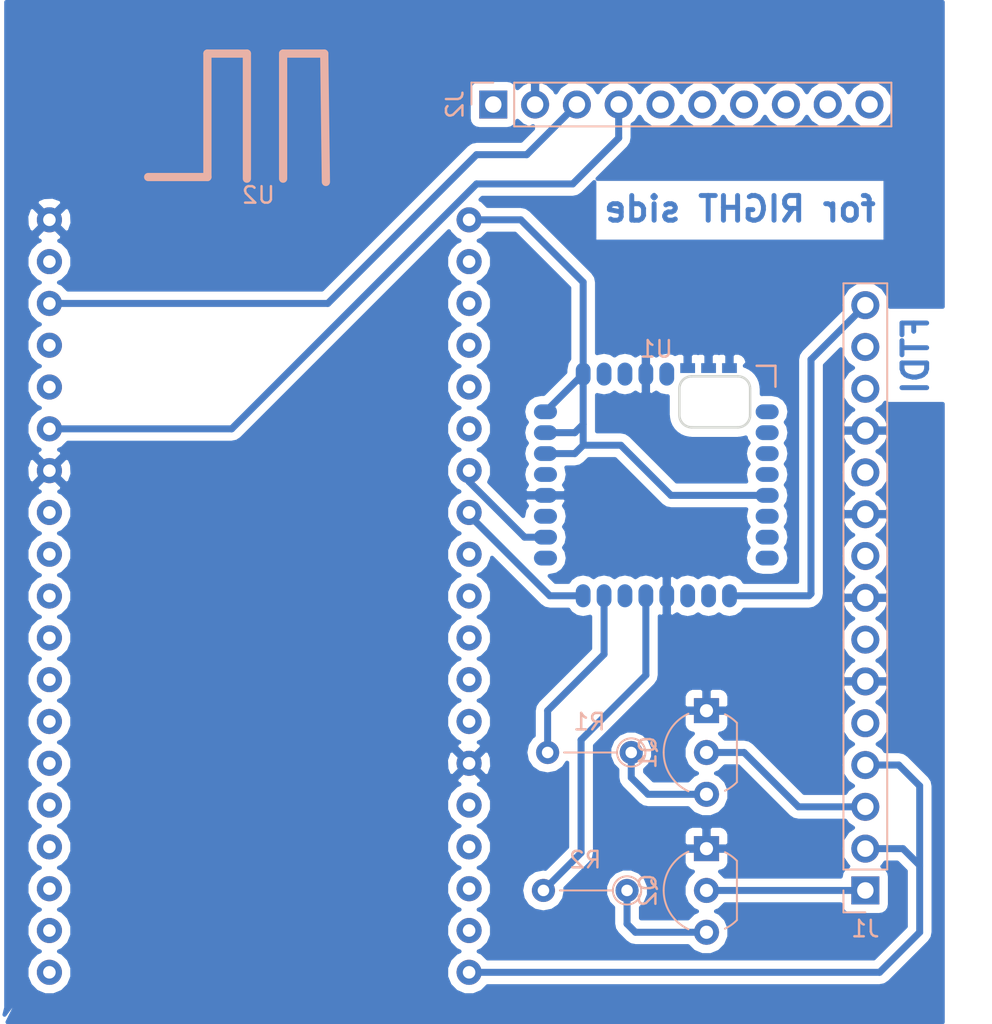
<source format=kicad_pcb>
(kicad_pcb (version 4) (host pcbnew 4.0.7)

  (general
    (links 38)
    (no_connects 8)
    (area 104.394 81.788 164.767239 144.018001)
    (thickness 1.6)
    (drawings 2)
    (tracks 57)
    (zones 0)
    (modules 8)
    (nets 68)
  )

  (page A4)
  (layers
    (0 F.Cu signal)
    (31 B.Cu signal)
    (32 B.Adhes user)
    (33 F.Adhes user)
    (34 B.Paste user)
    (35 F.Paste user)
    (36 B.SilkS user)
    (37 F.SilkS user)
    (38 B.Mask user)
    (39 F.Mask user)
    (40 Dwgs.User user)
    (41 Cmts.User user)
    (42 Eco1.User user)
    (43 Eco2.User user)
    (44 Edge.Cuts user)
    (45 Margin user)
    (46 B.CrtYd user)
    (47 F.CrtYd user)
    (48 B.Fab user)
    (49 F.Fab user)
  )

  (setup
    (last_trace_width 0.425)
    (trace_clearance 0.2)
    (zone_clearance 0.508)
    (zone_45_only yes)
    (trace_min 0.4)
    (segment_width 0.2)
    (edge_width 0.15)
    (via_size 1)
    (via_drill 0.4)
    (via_min_size 0.4)
    (via_min_drill 0.3)
    (uvia_size 0.3)
    (uvia_drill 0.1)
    (uvias_allowed no)
    (uvia_min_size 0.2)
    (uvia_min_drill 0.1)
    (pcb_text_width 0.3)
    (pcb_text_size 1.5 1.5)
    (mod_edge_width 0.15)
    (mod_text_size 1 1)
    (mod_text_width 0.15)
    (pad_size 1 1)
    (pad_drill 0.5)
    (pad_to_mask_clearance 0.2)
    (aux_axis_origin 124.46 148.59)
    (grid_origin 124.46 148.59)
    (visible_elements FFFFFF7F)
    (pcbplotparams
      (layerselection 0x00030_80000001)
      (usegerberextensions false)
      (excludeedgelayer true)
      (linewidth 0.100000)
      (plotframeref false)
      (viasonmask false)
      (mode 1)
      (useauxorigin false)
      (hpglpennumber 1)
      (hpglpenspeed 20)
      (hpglpendiameter 15)
      (hpglpenoverlay 2)
      (psnegative false)
      (psa4output false)
      (plotreference true)
      (plotvalue true)
      (plotinvisibletext false)
      (padsonsilk false)
      (subtractmaskfromsilk false)
      (outputformat 1)
      (mirror false)
      (drillshape 1)
      (scaleselection 1)
      (outputdirectory ""))
  )

  (net 0 "")
  (net 1 MFRONT)
  (net 2 +5V)
  (net 3 MREAR)
  (net 4 REED1)
  (net 5 GND)
  (net 6 REED2)
  (net 7 REED3)
  (net 8 REED4)
  (net 9 3V3)
  (net 10 IO22)
  (net 11 IO21)
  (net 12 EDA)
  (net 13 ECL)
  (net 14 AD0)
  (net 15 INT)
  (net 16 NCS)
  (net 17 FSYNC)
  (net 18 IO32)
  (net 19 IO33)
  (net 20 IO14)
  (net 21 IO12)
  (net 22 IO13)
  (net 23 SD2)
  (net 24 SD3)
  (net 25 CMD)
  (net 26 IO23)
  (net 27 TXD)
  (net 28 RXD)
  (net 29 IO19)
  (net 30 IO5)
  (net 31 "Net-(U1-Pad2)")
  (net 32 "Net-(U1-Pad3)")
  (net 33 "Net-(U1-Pad4)")
  (net 34 "Net-(U1-Pad6)")
  (net 35 "Net-(U1-Pad7)")
  (net 36 "Net-(U1-Pad10)")
  (net 37 "Net-(U1-Pad11)")
  (net 38 "Net-(U1-Pad19)")
  (net 39 "Net-(U1-Pad21)")
  (net 40 "Net-(U1-Pad26)")
  (net 41 "Net-(U1-Pad27)")
  (net 42 EN)
  (net 43 SVP)
  (net 44 SVN)
  (net 45 IO34)
  (net 46 IO35)
  (net 47 IO25)
  (net 48 IO26)
  (net 49 IO27)
  (net 50 IO17)
  (net 51 IO16)
  (net 52 IO4)
  (net 53 IO0)
  (net 54 IO2)
  (net 55 IO15)
  (net 56 SD1)
  (net 57 SD0)
  (net 58 CLK)
  (net 59 "Net-(U1-Pad1)")
  (net 60 "Net-(U1-Pad14)")
  (net 61 "Net-(U1-Pad17)")
  (net 62 "Net-(U1-Pad29)")
  (net 63 TX)
  (net 64 RX)
  (net 65 "Net-(Q1-Pad3)")
  (net 66 "Net-(Q2-Pad3)")
  (net 67 I018)

  (net_class Default "これは標準のネット クラスです。"
    (clearance 0.2)
    (trace_width 0.425)
    (via_dia 1)
    (via_drill 0.4)
    (uvia_dia 0.3)
    (uvia_drill 0.1)
    (add_net +5V)
    (add_net 3V3)
    (add_net AD0)
    (add_net CLK)
    (add_net CMD)
    (add_net ECL)
    (add_net EDA)
    (add_net EN)
    (add_net FSYNC)
    (add_net GND)
    (add_net I018)
    (add_net INT)
    (add_net IO0)
    (add_net IO12)
    (add_net IO13)
    (add_net IO14)
    (add_net IO15)
    (add_net IO16)
    (add_net IO17)
    (add_net IO19)
    (add_net IO2)
    (add_net IO21)
    (add_net IO22)
    (add_net IO23)
    (add_net IO25)
    (add_net IO26)
    (add_net IO27)
    (add_net IO32)
    (add_net IO33)
    (add_net IO34)
    (add_net IO35)
    (add_net IO4)
    (add_net IO5)
    (add_net MFRONT)
    (add_net MREAR)
    (add_net NCS)
    (add_net "Net-(Q1-Pad3)")
    (add_net "Net-(Q2-Pad3)")
    (add_net "Net-(U1-Pad1)")
    (add_net "Net-(U1-Pad10)")
    (add_net "Net-(U1-Pad11)")
    (add_net "Net-(U1-Pad14)")
    (add_net "Net-(U1-Pad17)")
    (add_net "Net-(U1-Pad19)")
    (add_net "Net-(U1-Pad2)")
    (add_net "Net-(U1-Pad21)")
    (add_net "Net-(U1-Pad26)")
    (add_net "Net-(U1-Pad27)")
    (add_net "Net-(U1-Pad29)")
    (add_net "Net-(U1-Pad3)")
    (add_net "Net-(U1-Pad4)")
    (add_net "Net-(U1-Pad6)")
    (add_net "Net-(U1-Pad7)")
    (add_net REED1)
    (add_net REED2)
    (add_net REED3)
    (add_net REED4)
    (add_net RX)
    (add_net RXD)
    (add_net SD0)
    (add_net SD1)
    (add_net SD2)
    (add_net SD3)
    (add_net SVN)
    (add_net SVP)
    (add_net TX)
    (add_net TXD)
  )

  (module Socket_Strips:Socket_Strip_Straight_1x15_Pitch2.54mm (layer B.Cu) (tedit 58CD5446) (tstamp 5A718E9E)
    (at 156.972 135.89)
    (descr "Through hole straight socket strip, 1x15, 2.54mm pitch, single row")
    (tags "Through hole socket strip THT 1x15 2.54mm single row")
    (path /5A719064)
    (fp_text reference J1 (at 0 2.33) (layer B.SilkS)
      (effects (font (size 1 1) (thickness 0.15)) (justify mirror))
    )
    (fp_text value Conn_01x15_Female (at 0 -37.89) (layer B.Fab)
      (effects (font (size 1 1) (thickness 0.15)) (justify mirror))
    )
    (fp_line (start -1.27 1.27) (end -1.27 -36.83) (layer B.Fab) (width 0.1))
    (fp_line (start -1.27 -36.83) (end 1.27 -36.83) (layer B.Fab) (width 0.1))
    (fp_line (start 1.27 -36.83) (end 1.27 1.27) (layer B.Fab) (width 0.1))
    (fp_line (start 1.27 1.27) (end -1.27 1.27) (layer B.Fab) (width 0.1))
    (fp_line (start -1.33 -1.27) (end -1.33 -36.89) (layer B.SilkS) (width 0.12))
    (fp_line (start -1.33 -36.89) (end 1.33 -36.89) (layer B.SilkS) (width 0.12))
    (fp_line (start 1.33 -36.89) (end 1.33 -1.27) (layer B.SilkS) (width 0.12))
    (fp_line (start 1.33 -1.27) (end -1.33 -1.27) (layer B.SilkS) (width 0.12))
    (fp_line (start -1.33 0) (end -1.33 1.33) (layer B.SilkS) (width 0.12))
    (fp_line (start -1.33 1.33) (end 0 1.33) (layer B.SilkS) (width 0.12))
    (fp_line (start -1.8 1.8) (end -1.8 -37.35) (layer B.CrtYd) (width 0.05))
    (fp_line (start -1.8 -37.35) (end 1.8 -37.35) (layer B.CrtYd) (width 0.05))
    (fp_line (start 1.8 -37.35) (end 1.8 1.8) (layer B.CrtYd) (width 0.05))
    (fp_line (start 1.8 1.8) (end -1.8 1.8) (layer B.CrtYd) (width 0.05))
    (fp_text user %R (at 0 2.33) (layer B.Fab)
      (effects (font (size 1 1) (thickness 0.15)) (justify mirror))
    )
    (pad 1 thru_hole rect (at 0 0) (size 1.7 1.7) (drill 1) (layers *.Cu *.Mask)
      (net 1 MFRONT))
    (pad 2 thru_hole oval (at 0 -2.54) (size 1.7 1.7) (drill 1) (layers *.Cu *.Mask)
      (net 2 +5V))
    (pad 3 thru_hole oval (at 0 -5.08) (size 1.7 1.7) (drill 1) (layers *.Cu *.Mask)
      (net 3 MREAR))
    (pad 4 thru_hole oval (at 0 -7.62) (size 1.7 1.7) (drill 1) (layers *.Cu *.Mask)
      (net 2 +5V))
    (pad 5 thru_hole oval (at 0 -10.16) (size 1.7 1.7) (drill 1) (layers *.Cu *.Mask)
      (net 4 REED1))
    (pad 6 thru_hole oval (at 0 -12.7) (size 1.7 1.7) (drill 1) (layers *.Cu *.Mask)
      (net 5 GND))
    (pad 7 thru_hole oval (at 0 -15.24) (size 1.7 1.7) (drill 1) (layers *.Cu *.Mask)
      (net 6 REED2))
    (pad 8 thru_hole oval (at 0 -17.78) (size 1.7 1.7) (drill 1) (layers *.Cu *.Mask)
      (net 5 GND))
    (pad 9 thru_hole oval (at 0 -20.32) (size 1.7 1.7) (drill 1) (layers *.Cu *.Mask)
      (net 7 REED3))
    (pad 10 thru_hole oval (at 0 -22.86) (size 1.7 1.7) (drill 1) (layers *.Cu *.Mask)
      (net 5 GND))
    (pad 11 thru_hole oval (at 0 -25.4) (size 1.7 1.7) (drill 1) (layers *.Cu *.Mask)
      (net 8 REED4))
    (pad 12 thru_hole oval (at 0 -27.94) (size 1.7 1.7) (drill 1) (layers *.Cu *.Mask)
      (net 5 GND))
    (pad 13 thru_hole oval (at 0 -30.48) (size 1.7 1.7) (drill 1) (layers *.Cu *.Mask)
      (net 9 3V3))
    (pad 14 thru_hole oval (at 0 -33.02) (size 1.7 1.7) (drill 1) (layers *.Cu *.Mask)
      (net 63 TX))
    (pad 15 thru_hole oval (at 0 -35.56) (size 1.7 1.7) (drill 1) (layers *.Cu *.Mask)
      (net 64 RX))
    (model ${KISYS3DMOD}/Socket_Strips.3dshapes/Socket_Strip_Straight_1x15_Pitch2.54mm.wrl
      (at (xyz 0 -0.7 0))
      (scale (xyz 1 1 1))
      (rotate (xyz 0 0 270))
    )
  )

  (module Socket_Strips:Socket_Strip_Straight_1x10_Pitch2.54mm (layer B.Cu) (tedit 58CD5446) (tstamp 5A718EAC)
    (at 134.366 88.138 270)
    (descr "Through hole straight socket strip, 1x10, 2.54mm pitch, single row")
    (tags "Through hole socket strip THT 1x10 2.54mm single row")
    (path /5A61DEE9)
    (fp_text reference J2 (at 0 2.33 270) (layer B.SilkS)
      (effects (font (size 1 1) (thickness 0.15)) (justify mirror))
    )
    (fp_text value CONN_01x10 (at 0 -25.19 270) (layer B.Fab)
      (effects (font (size 1 1) (thickness 0.15)) (justify mirror))
    )
    (fp_line (start -1.27 1.27) (end -1.27 -24.13) (layer B.Fab) (width 0.1))
    (fp_line (start -1.27 -24.13) (end 1.27 -24.13) (layer B.Fab) (width 0.1))
    (fp_line (start 1.27 -24.13) (end 1.27 1.27) (layer B.Fab) (width 0.1))
    (fp_line (start 1.27 1.27) (end -1.27 1.27) (layer B.Fab) (width 0.1))
    (fp_line (start -1.33 -1.27) (end -1.33 -24.19) (layer B.SilkS) (width 0.12))
    (fp_line (start -1.33 -24.19) (end 1.33 -24.19) (layer B.SilkS) (width 0.12))
    (fp_line (start 1.33 -24.19) (end 1.33 -1.27) (layer B.SilkS) (width 0.12))
    (fp_line (start 1.33 -1.27) (end -1.33 -1.27) (layer B.SilkS) (width 0.12))
    (fp_line (start -1.33 0) (end -1.33 1.33) (layer B.SilkS) (width 0.12))
    (fp_line (start -1.33 1.33) (end 0 1.33) (layer B.SilkS) (width 0.12))
    (fp_line (start -1.8 1.8) (end -1.8 -24.65) (layer B.CrtYd) (width 0.05))
    (fp_line (start -1.8 -24.65) (end 1.8 -24.65) (layer B.CrtYd) (width 0.05))
    (fp_line (start 1.8 -24.65) (end 1.8 1.8) (layer B.CrtYd) (width 0.05))
    (fp_line (start 1.8 1.8) (end -1.8 1.8) (layer B.CrtYd) (width 0.05))
    (fp_text user %R (at 0 2.33 270) (layer B.Fab)
      (effects (font (size 1 1) (thickness 0.15)) (justify mirror))
    )
    (pad 1 thru_hole rect (at 0 0 270) (size 1.7 1.7) (drill 1) (layers *.Cu *.Mask)
      (net 9 3V3))
    (pad 2 thru_hole oval (at 0 -2.54 270) (size 1.7 1.7) (drill 1) (layers *.Cu *.Mask)
      (net 5 GND))
    (pad 3 thru_hole oval (at 0 -5.08 270) (size 1.7 1.7) (drill 1) (layers *.Cu *.Mask)
      (net 10 IO22))
    (pad 4 thru_hole oval (at 0 -7.62 270) (size 1.7 1.7) (drill 1) (layers *.Cu *.Mask)
      (net 11 IO21))
    (pad 5 thru_hole oval (at 0 -10.16 270) (size 1.7 1.7) (drill 1) (layers *.Cu *.Mask)
      (net 12 EDA))
    (pad 6 thru_hole oval (at 0 -12.7 270) (size 1.7 1.7) (drill 1) (layers *.Cu *.Mask)
      (net 13 ECL))
    (pad 7 thru_hole oval (at 0 -15.24 270) (size 1.7 1.7) (drill 1) (layers *.Cu *.Mask)
      (net 14 AD0))
    (pad 8 thru_hole oval (at 0 -17.78 270) (size 1.7 1.7) (drill 1) (layers *.Cu *.Mask)
      (net 15 INT))
    (pad 9 thru_hole oval (at 0 -20.32 270) (size 1.7 1.7) (drill 1) (layers *.Cu *.Mask)
      (net 16 NCS))
    (pad 10 thru_hole oval (at 0 -22.86 270) (size 1.7 1.7) (drill 1) (layers *.Cu *.Mask)
      (net 17 FSYNC))
    (model ${KISYS3DMOD}/Socket_Strips.3dshapes/Socket_Strip_Straight_1x10_Pitch2.54mm.wrl
      (at (xyz 0 -0.45 0))
      (scale (xyz 1 1 1))
      (rotate (xyz 0 0 270))
    )
  )

  (module TO_SOT_Packages_THT:TO-92_Inline_Wide (layer B.Cu) (tedit 58CE52AF) (tstamp 5A718EB3)
    (at 147.32 124.968 270)
    (descr "TO-92 leads in-line, wide, drill 0.8mm (see NXP sot054_po.pdf)")
    (tags "to-92 sc-43 sc-43a sot54 PA33 transistor")
    (path /5A61E0F2)
    (fp_text reference Q1 (at 2.54 3.56 450) (layer B.SilkS)
      (effects (font (size 1 1) (thickness 0.15)) (justify mirror))
    )
    (fp_text value 2SC1815 (at 2.54 -2.79 270) (layer B.Fab)
      (effects (font (size 1 1) (thickness 0.15)) (justify mirror))
    )
    (fp_text user %R (at 2.54 3.56 450) (layer B.Fab)
      (effects (font (size 1 1) (thickness 0.15)) (justify mirror))
    )
    (fp_line (start 0.74 -1.85) (end 4.34 -1.85) (layer B.SilkS) (width 0.12))
    (fp_line (start 0.8 -1.75) (end 4.3 -1.75) (layer B.Fab) (width 0.1))
    (fp_line (start -1.01 2.73) (end 6.09 2.73) (layer B.CrtYd) (width 0.05))
    (fp_line (start -1.01 2.73) (end -1.01 -2.01) (layer B.CrtYd) (width 0.05))
    (fp_line (start 6.09 -2.01) (end 6.09 2.73) (layer B.CrtYd) (width 0.05))
    (fp_line (start 6.09 -2.01) (end -1.01 -2.01) (layer B.CrtYd) (width 0.05))
    (fp_arc (start 2.54 0) (end 0.74 -1.85) (angle -20) (layer B.SilkS) (width 0.12))
    (fp_arc (start 2.54 0) (end 2.54 2.6) (angle 65) (layer B.SilkS) (width 0.12))
    (fp_arc (start 2.54 0) (end 2.54 2.6) (angle -65) (layer B.SilkS) (width 0.12))
    (fp_arc (start 2.54 0) (end 2.54 2.48) (angle -135) (layer B.Fab) (width 0.1))
    (fp_arc (start 2.54 0) (end 2.54 2.48) (angle 135) (layer B.Fab) (width 0.1))
    (fp_arc (start 2.54 0) (end 4.34 -1.85) (angle 20) (layer B.SilkS) (width 0.12))
    (pad 2 thru_hole circle (at 2.54 0 180) (size 1.52 1.52) (drill 0.8) (layers *.Cu *.Mask)
      (net 3 MREAR))
    (pad 3 thru_hole circle (at 5.08 0 180) (size 1.52 1.52) (drill 0.8) (layers *.Cu *.Mask)
      (net 65 "Net-(Q1-Pad3)"))
    (pad 1 thru_hole rect (at 0 0 180) (size 1.52 1.52) (drill 0.8) (layers *.Cu *.Mask)
      (net 5 GND))
    (model ${KISYS3DMOD}/TO_SOT_Packages_THT.3dshapes/TO-92_Inline_Wide.wrl
      (at (xyz 0.1 0 0))
      (scale (xyz 1 1 1))
      (rotate (xyz 0 0 -90))
    )
  )

  (module TO_SOT_Packages_THT:TO-92_Inline_Wide (layer B.Cu) (tedit 58CE52AF) (tstamp 5A718EBA)
    (at 147.32 133.35 270)
    (descr "TO-92 leads in-line, wide, drill 0.8mm (see NXP sot054_po.pdf)")
    (tags "to-92 sc-43 sc-43a sot54 PA33 transistor")
    (path /5A61E247)
    (fp_text reference Q2 (at 2.54 3.56 450) (layer B.SilkS)
      (effects (font (size 1 1) (thickness 0.15)) (justify mirror))
    )
    (fp_text value 2SC1815 (at 2.54 -2.79 270) (layer B.Fab)
      (effects (font (size 1 1) (thickness 0.15)) (justify mirror))
    )
    (fp_text user %R (at 2.54 3.56 450) (layer B.Fab)
      (effects (font (size 1 1) (thickness 0.15)) (justify mirror))
    )
    (fp_line (start 0.74 -1.85) (end 4.34 -1.85) (layer B.SilkS) (width 0.12))
    (fp_line (start 0.8 -1.75) (end 4.3 -1.75) (layer B.Fab) (width 0.1))
    (fp_line (start -1.01 2.73) (end 6.09 2.73) (layer B.CrtYd) (width 0.05))
    (fp_line (start -1.01 2.73) (end -1.01 -2.01) (layer B.CrtYd) (width 0.05))
    (fp_line (start 6.09 -2.01) (end 6.09 2.73) (layer B.CrtYd) (width 0.05))
    (fp_line (start 6.09 -2.01) (end -1.01 -2.01) (layer B.CrtYd) (width 0.05))
    (fp_arc (start 2.54 0) (end 0.74 -1.85) (angle -20) (layer B.SilkS) (width 0.12))
    (fp_arc (start 2.54 0) (end 2.54 2.6) (angle 65) (layer B.SilkS) (width 0.12))
    (fp_arc (start 2.54 0) (end 2.54 2.6) (angle -65) (layer B.SilkS) (width 0.12))
    (fp_arc (start 2.54 0) (end 2.54 2.48) (angle -135) (layer B.Fab) (width 0.1))
    (fp_arc (start 2.54 0) (end 2.54 2.48) (angle 135) (layer B.Fab) (width 0.1))
    (fp_arc (start 2.54 0) (end 4.34 -1.85) (angle 20) (layer B.SilkS) (width 0.12))
    (pad 2 thru_hole circle (at 2.54 0 180) (size 1.52 1.52) (drill 0.8) (layers *.Cu *.Mask)
      (net 1 MFRONT))
    (pad 3 thru_hole circle (at 5.08 0 180) (size 1.52 1.52) (drill 0.8) (layers *.Cu *.Mask)
      (net 66 "Net-(Q2-Pad3)"))
    (pad 1 thru_hole rect (at 0 0 180) (size 1.52 1.52) (drill 0.8) (layers *.Cu *.Mask)
      (net 5 GND))
    (model ${KISYS3DMOD}/TO_SOT_Packages_THT.3dshapes/TO-92_Inline_Wide.wrl
      (at (xyz 0.1 0 0))
      (scale (xyz 1 1 1))
      (rotate (xyz 0 0 -90))
    )
  )

  (module Resistors_THT:R_Axial_DIN0204_L3.6mm_D1.6mm_P5.08mm_Vertical (layer B.Cu) (tedit 5874F706) (tstamp 5A718EC0)
    (at 142.748 127.508 180)
    (descr "Resistor, Axial_DIN0204 series, Axial, Vertical, pin pitch=5.08mm, 0.16666666666666666W = 1/6W, length*diameter=3.6*1.6mm^2, http://cdn-reichelt.de/documents/datenblatt/B400/1_4W%23YAG.pdf")
    (tags "Resistor Axial_DIN0204 series Axial Vertical pin pitch 5.08mm 0.16666666666666666W = 1/6W length 3.6mm diameter 1.6mm")
    (path /5A718917)
    (fp_text reference R1 (at 2.54 1.86 180) (layer B.SilkS)
      (effects (font (size 1 1) (thickness 0.15)) (justify mirror))
    )
    (fp_text value R (at 2.54 -1.86 180) (layer B.Fab)
      (effects (font (size 1 1) (thickness 0.15)) (justify mirror))
    )
    (fp_circle (center 0 0) (end 0.8 0) (layer B.Fab) (width 0.1))
    (fp_circle (center 0 0) (end 0.86 0) (layer B.SilkS) (width 0.12))
    (fp_line (start 0 0) (end 5.08 0) (layer B.Fab) (width 0.1))
    (fp_line (start 0.86 0) (end 4.08 0) (layer B.SilkS) (width 0.12))
    (fp_line (start -1.15 1.15) (end -1.15 -1.15) (layer B.CrtYd) (width 0.05))
    (fp_line (start -1.15 -1.15) (end 6.1 -1.15) (layer B.CrtYd) (width 0.05))
    (fp_line (start 6.1 -1.15) (end 6.1 1.15) (layer B.CrtYd) (width 0.05))
    (fp_line (start 6.1 1.15) (end -1.15 1.15) (layer B.CrtYd) (width 0.05))
    (pad 1 thru_hole circle (at 0 0 180) (size 1.4 1.4) (drill 0.7) (layers *.Cu *.Mask)
      (net 65 "Net-(Q1-Pad3)"))
    (pad 2 thru_hole oval (at 5.08 0 180) (size 1.4 1.4) (drill 0.7) (layers *.Cu *.Mask)
      (net 29 IO19))
    (model ${KISYS3DMOD}/Resistors_THT.3dshapes/R_Axial_DIN0204_L3.6mm_D1.6mm_P5.08mm_Vertical.wrl
      (at (xyz 0 0 0))
      (scale (xyz 0.393701 0.393701 0.393701))
      (rotate (xyz 0 0 0))
    )
  )

  (module Resistors_THT:R_Axial_DIN0204_L3.6mm_D1.6mm_P5.08mm_Vertical (layer B.Cu) (tedit 5874F706) (tstamp 5A718EC6)
    (at 142.494 135.89 180)
    (descr "Resistor, Axial_DIN0204 series, Axial, Vertical, pin pitch=5.08mm, 0.16666666666666666W = 1/6W, length*diameter=3.6*1.6mm^2, http://cdn-reichelt.de/documents/datenblatt/B400/1_4W%23YAG.pdf")
    (tags "Resistor Axial_DIN0204 series Axial Vertical pin pitch 5.08mm 0.16666666666666666W = 1/6W length 3.6mm diameter 1.6mm")
    (path /5A71898B)
    (fp_text reference R2 (at 2.54 1.86 180) (layer B.SilkS)
      (effects (font (size 1 1) (thickness 0.15)) (justify mirror))
    )
    (fp_text value R (at 2.54 -1.86 180) (layer B.Fab)
      (effects (font (size 1 1) (thickness 0.15)) (justify mirror))
    )
    (fp_circle (center 0 0) (end 0.8 0) (layer B.Fab) (width 0.1))
    (fp_circle (center 0 0) (end 0.86 0) (layer B.SilkS) (width 0.12))
    (fp_line (start 0 0) (end 5.08 0) (layer B.Fab) (width 0.1))
    (fp_line (start 0.86 0) (end 4.08 0) (layer B.SilkS) (width 0.12))
    (fp_line (start -1.15 1.15) (end -1.15 -1.15) (layer B.CrtYd) (width 0.05))
    (fp_line (start -1.15 -1.15) (end 6.1 -1.15) (layer B.CrtYd) (width 0.05))
    (fp_line (start 6.1 -1.15) (end 6.1 1.15) (layer B.CrtYd) (width 0.05))
    (fp_line (start 6.1 1.15) (end -1.15 1.15) (layer B.CrtYd) (width 0.05))
    (pad 1 thru_hole circle (at 0 0 180) (size 1.4 1.4) (drill 0.7) (layers *.Cu *.Mask)
      (net 66 "Net-(Q2-Pad3)"))
    (pad 2 thru_hole oval (at 5.08 0 180) (size 1.4 1.4) (drill 0.7) (layers *.Cu *.Mask)
      (net 67 I018))
    (model ${KISYS3DMOD}/Resistors_THT.3dshapes/R_Axial_DIN0204_L3.6mm_D1.6mm_P5.08mm_Vertical.wrl
      (at (xyz 0 0 0))
      (scale (xyz 0.393701 0.393701 0.393701))
      (rotate (xyz 0 0 0))
    )
  )

  (module favorites:TWE-001L-SMD (layer B.Cu) (tedit 55C6F6C3) (tstamp 5A718EEA)
    (at 144.272 111.252 180)
    (descr http://mono-wireless.com/jp/products/TWE-Lite/MNO-PDS-TWE001L-JP-2.10-2.pdf)
    (path /5A64D95F)
    (fp_text reference U1 (at 0 8.255 180) (layer B.SilkS)
      (effects (font (size 1 1) (thickness 0.15)) (justify mirror))
    )
    (fp_text value TWE_LITE_SMD (at 0 -0.85 180) (layer B.SilkS) hide
      (effects (font (size 1 1) (thickness 0.15)) (justify mirror))
    )
    (fp_line (start -6.096 7.239) (end -7.239 7.239) (layer B.SilkS) (width 0.15))
    (fp_line (start -7.239 7.239) (end -7.239 5.969) (layer B.SilkS) (width 0.15))
    (fp_line (start -6.985 6.985) (end 6.985 6.985) (layer Dwgs.User) (width 0.15))
    (fp_line (start -0.5 0) (end -0.2 0) (layer Dwgs.User) (width 0.15))
    (fp_line (start 0 0.5) (end 0 0.2) (layer Dwgs.User) (width 0.15))
    (fp_line (start 0 -0.5) (end 0 -0.2) (layer Dwgs.User) (width 0.15))
    (fp_line (start 0.2 0) (end 0.5 0) (layer Dwgs.User) (width 0.15))
    (fp_arc (start -4.95 4.25) (end -4.95 3.5) (angle -90) (layer Edge.Cuts) (width 0.15))
    (fp_line (start -5.7 4.25) (end -5.7 5.85) (layer Edge.Cuts) (width 0.15))
    (fp_arc (start -4.95 5.85) (end -5.7 5.85) (angle -90) (layer Edge.Cuts) (width 0.15))
    (fp_line (start -2.15 6.6) (end -4.95 6.6) (layer Edge.Cuts) (width 0.15))
    (fp_arc (start -2.15 5.85) (end -2.15 6.6) (angle -90) (layer Edge.Cuts) (width 0.15))
    (fp_line (start -1.4 5.85) (end -1.4 4.25) (layer Edge.Cuts) (width 0.15))
    (fp_arc (start -2.15 4.25) (end -1.4 4.25) (angle -90) (layer Edge.Cuts) (width 0.15))
    (fp_line (start -2.15 3.5) (end -4.95 3.5) (layer Edge.Cuts) (width 0.15))
    (fp_line (start -6.985 6.985) (end -6.985 -6.985) (layer Dwgs.User) (width 0.15))
    (fp_line (start -6.985 -6.985) (end 6.985 -6.985) (layer Dwgs.User) (width 0.15))
    (fp_line (start 6.985 -6.985) (end 6.985 6.985) (layer Dwgs.User) (width 0.15))
    (pad 1 smd oval (at -6.735 4.445 90) (size 0.9 1.4) (layers B.Cu B.Paste B.Mask)
      (net 59 "Net-(U1-Pad1)"))
    (pad 2 smd oval (at -6.735 3.175 90) (size 0.9 1.4) (layers B.Cu B.Paste B.Mask)
      (net 31 "Net-(U1-Pad2)"))
    (pad 3 smd oval (at -6.735 1.905 90) (size 0.9 1.4) (layers B.Cu B.Paste B.Mask)
      (net 32 "Net-(U1-Pad3)"))
    (pad 4 smd oval (at -6.735 0.635 90) (size 0.9 1.4) (layers B.Cu B.Paste B.Mask)
      (net 33 "Net-(U1-Pad4)"))
    (pad 5 smd oval (at -6.735 -0.635 90) (size 0.9 1.4) (layers B.Cu B.Paste B.Mask)
      (net 9 3V3))
    (pad 6 smd oval (at -6.735 -1.905 90) (size 0.9 1.4) (layers B.Cu B.Paste B.Mask)
      (net 34 "Net-(U1-Pad6)"))
    (pad 7 smd oval (at -6.735 -3.175 90) (size 0.9 1.4) (layers B.Cu B.Paste B.Mask)
      (net 35 "Net-(U1-Pad7)"))
    (pad 8 smd oval (at -6.735 -4.445 90) (size 0.9 1.4) (layers B.Cu B.Paste B.Mask)
      (net 63 TX))
    (pad 9 smd oval (at -4.445 -6.735 180) (size 0.9 1.4) (layers B.Cu B.Paste B.Mask)
      (net 64 RX))
    (pad 10 smd oval (at -3.175 -6.735 180) (size 0.9 1.4) (layers B.Cu B.Paste B.Mask)
      (net 36 "Net-(U1-Pad10)"))
    (pad 11 smd oval (at -1.905 -6.735 180) (size 0.9 1.4) (layers B.Cu B.Paste B.Mask)
      (net 37 "Net-(U1-Pad11)"))
    (pad 12 smd oval (at -0.635 -6.735 180) (size 0.9 1.4) (layers B.Cu B.Paste B.Mask)
      (net 5 GND))
    (pad 13 smd oval (at 0.635 -6.735 180) (size 0.9 1.4) (layers B.Cu B.Paste B.Mask)
      (net 67 I018))
    (pad 14 smd oval (at 1.905 -6.735 180) (size 0.9 1.4) (layers B.Cu B.Paste B.Mask)
      (net 60 "Net-(U1-Pad14)"))
    (pad 15 smd oval (at 3.175 -6.735 180) (size 0.9 1.4) (layers B.Cu B.Paste B.Mask)
      (net 29 IO19))
    (pad 16 smd oval (at 4.445 -6.735 180) (size 0.9 1.4) (layers B.Cu B.Paste B.Mask)
      (net 19 IO33))
    (pad 17 smd oval (at 6.735 -4.445 90) (size 0.9 1.4) (layers B.Cu B.Paste B.Mask)
      (net 61 "Net-(U1-Pad17)"))
    (pad 18 smd oval (at 6.735 -3.175 90) (size 0.9 1.4) (layers B.Cu B.Paste B.Mask)
      (net 18 IO32))
    (pad 19 smd oval (at 6.735 -1.905 90) (size 0.9 1.4) (layers B.Cu B.Paste B.Mask)
      (net 38 "Net-(U1-Pad19)"))
    (pad 20 smd oval (at 6.735 -0.635 90) (size 0.9 1.4) (layers B.Cu B.Paste B.Mask)
      (net 5 GND))
    (pad 21 smd oval (at 6.735 0.635 90) (size 0.9 1.4) (layers B.Cu B.Paste B.Mask)
      (net 39 "Net-(U1-Pad21)"))
    (pad 22 smd oval (at 6.735 1.905 90) (size 0.9 1.4) (layers B.Cu B.Paste B.Mask)
      (net 9 3V3))
    (pad 23 smd oval (at 6.735 3.175 90) (size 0.9 1.4) (layers B.Cu B.Paste B.Mask)
      (net 9 3V3))
    (pad 24 smd oval (at 6.735 4.445 90) (size 0.9 1.4) (layers B.Cu B.Paste B.Mask)
      (net 9 3V3))
    (pad 25 smd oval (at 4.445 6.735 180) (size 0.9 1.4) (layers B.Cu B.Paste B.Mask)
      (net 9 3V3))
    (pad 26 smd oval (at 3.175 6.735 180) (size 0.9 1.4) (layers B.Cu B.Paste B.Mask)
      (net 40 "Net-(U1-Pad26)"))
    (pad 27 smd oval (at 1.905 6.735 180) (size 0.9 1.4) (layers B.Cu B.Paste B.Mask)
      (net 41 "Net-(U1-Pad27)"))
    (pad 28 smd oval (at 0.635 6.735 180) (size 0.9 1.4) (layers B.Cu B.Paste B.Mask)
      (net 5 GND))
    (pad 29 smd oval (at -0.635 6.735 180) (size 0.9 1.4) (layers B.Cu B.Paste B.Mask)
      (net 62 "Net-(U1-Pad29)"))
    (pad 30 smd rect (at -1.905 7.1 180) (size 0.9 0.6) (layers B.Cu B.Paste B.Mask)
      (net 5 GND))
    (pad 31 smd rect (at -3.175 7.1 180) (size 0.9 0.6) (layers B.Cu B.Paste B.Mask)
      (net 5 GND))
    (pad 32 smd rect (at -4.445 7.1 180) (size 0.9 0.6) (layers B.Cu B.Paste B.Mask)
      (net 5 GND))
    (model favorites.3dshapes/TWE-001L-SMD.wrl
      (at (xyz 0 0 0))
      (scale (xyz 0.393701 0.393701 0.393701))
      (rotate (xyz 0 0 0))
    )
  )

  (module mylib:akitsukiESP32devKITsocket (layer B.Cu) (tedit 5A6251B9) (tstamp 5A718F14)
    (at 120.396 123.444 180)
    (path /5A6258F1)
    (fp_text reference U2 (at 0.3 29.8 180) (layer B.SilkS)
      (effects (font (size 1 1) (thickness 0.15)) (justify mirror))
    )
    (fp_text value ESP32DEVKIT_SOCKET (at 0.3 -15.9 180) (layer B.Fab)
      (effects (font (size 1 1) (thickness 0.15)) (justify mirror))
    )
    (fp_line (start 3.4 30.9) (end 7 30.9) (layer B.SilkS) (width 0.5))
    (fp_line (start -3.8 30.6) (end -3.7 38.4) (layer B.SilkS) (width 0.5))
    (fp_line (start -3.7 38.4) (end -1.2 38.4) (layer B.SilkS) (width 0.5))
    (fp_line (start -1.2 38.4) (end -1.2 30.8) (layer B.SilkS) (width 0.5))
    (fp_line (start 1 30.8) (end 1 38.4) (layer B.SilkS) (width 0.5))
    (fp_line (start 1 38.4) (end 3.4 38.4) (layer B.SilkS) (width 0.5))
    (fp_line (start 3.4 38.4) (end 3.4 30.9) (layer B.SilkS) (width 0.5))
    (fp_line (start -3.8 30.7) (end -3.7 38.5) (layer B.SilkS) (width 0.15))
    (fp_line (start -3.7 38.5) (end -1.2 38.5) (layer B.SilkS) (width 0.15))
    (fp_line (start -1.2 38.5) (end -1.3 30.8) (layer B.SilkS) (width 0.15))
    (fp_line (start 1 30.8) (end 1 38.4) (layer B.SilkS) (width 0.15))
    (fp_line (start 1 38.4) (end 3.4 38.4) (layer B.SilkS) (width 0.15))
    (fp_line (start 3.4 38.4) (end 3.4 30.9) (layer B.SilkS) (width 0.15))
    (pad 1 thru_hole circle (at -12.5 28.3 180) (size 1.524 1.524) (drill 0.762) (layers *.Cu *.Mask)
      (net 9 3V3))
    (pad 2 thru_hole circle (at -12.5 25.76 180) (size 1.524 1.524) (drill 0.762) (layers *.Cu *.Mask)
      (net 42 EN))
    (pad 3 thru_hole circle (at -12.5 23.22 180) (size 1.524 1.524) (drill 0.762) (layers *.Cu *.Mask)
      (net 43 SVP))
    (pad 4 thru_hole circle (at -12.5 20.68 180) (size 1.524 1.524) (drill 0.762) (layers *.Cu *.Mask)
      (net 44 SVN))
    (pad 5 thru_hole circle (at -12.5 18.14 180) (size 1.524 1.524) (drill 0.762) (layers *.Cu *.Mask)
      (net 45 IO34))
    (pad 6 thru_hole circle (at -12.5 15.6 180) (size 1.524 1.524) (drill 0.762) (layers *.Cu *.Mask)
      (net 46 IO35))
    (pad 7 thru_hole circle (at -12.5 13.06 180) (size 1.524 1.524) (drill 0.762) (layers *.Cu *.Mask)
      (net 18 IO32))
    (pad 8 thru_hole circle (at -12.5 10.52 180) (size 1.524 1.524) (drill 0.762) (layers *.Cu *.Mask)
      (net 19 IO33))
    (pad 9 thru_hole circle (at -12.5 7.98 180) (size 1.524 1.524) (drill 0.762) (layers *.Cu *.Mask)
      (net 47 IO25))
    (pad 10 thru_hole circle (at -12.5 5.44 180) (size 1.524 1.524) (drill 0.762) (layers *.Cu *.Mask)
      (net 48 IO26))
    (pad 11 thru_hole circle (at -12.5 2.9 180) (size 1.524 1.524) (drill 0.762) (layers *.Cu *.Mask)
      (net 49 IO27))
    (pad 12 thru_hole circle (at -12.5 0.36 180) (size 1.524 1.524) (drill 0.762) (layers *.Cu *.Mask)
      (net 20 IO14))
    (pad 13 thru_hole circle (at -12.5 -2.18 180) (size 1.524 1.524) (drill 0.762) (layers *.Cu *.Mask)
      (net 21 IO12))
    (pad 14 thru_hole circle (at -12.5 -4.72 180) (size 1.524 1.524) (drill 0.762) (layers *.Cu *.Mask)
      (net 5 GND))
    (pad 15 thru_hole circle (at -12.5 -7.26 180) (size 1.524 1.524) (drill 0.762) (layers *.Cu *.Mask)
      (net 22 IO13))
    (pad 16 thru_hole circle (at -12.5 -9.8 180) (size 1.524 1.524) (drill 0.762) (layers *.Cu *.Mask)
      (net 23 SD2))
    (pad 17 thru_hole circle (at -12.5 -12.34 180) (size 1.524 1.524) (drill 0.762) (layers *.Cu *.Mask)
      (net 24 SD3))
    (pad 18 thru_hole circle (at -12.5 -14.88 180) (size 1.524 1.524) (drill 0.762) (layers *.Cu *.Mask)
      (net 25 CMD))
    (pad 19 thru_hole circle (at -12.5 -17.42 180) (size 1.524 1.524) (drill 0.762) (layers *.Cu *.Mask)
      (net 2 +5V))
    (pad 20 thru_hole circle (at 13 28.3 180) (size 1.524 1.524) (drill 0.762) (layers *.Cu *.Mask)
      (net 5 GND))
    (pad 21 thru_hole circle (at 13 25.76 180) (size 1.524 1.524) (drill 0.762) (layers *.Cu *.Mask)
      (net 26 IO23))
    (pad 22 thru_hole circle (at 13 23.22 180) (size 1.524 1.524) (drill 0.762) (layers *.Cu *.Mask)
      (net 10 IO22))
    (pad 23 thru_hole circle (at 13 20.68 180) (size 1.524 1.524) (drill 0.762) (layers *.Cu *.Mask)
      (net 27 TXD))
    (pad 24 thru_hole circle (at 13 18.14 180) (size 1.524 1.524) (drill 0.762) (layers *.Cu *.Mask)
      (net 28 RXD))
    (pad 25 thru_hole circle (at 13 15.6 180) (size 1.524 1.524) (drill 0.762) (layers *.Cu *.Mask)
      (net 11 IO21))
    (pad 26 thru_hole circle (at 13 13.06 180) (size 1.524 1.524) (drill 0.762) (layers *.Cu *.Mask)
      (net 5 GND))
    (pad 27 thru_hole circle (at 13 10.52 180) (size 1.524 1.524) (drill 0.762) (layers *.Cu *.Mask)
      (net 29 IO19))
    (pad 28 thru_hole circle (at 13 7.98 180) (size 1.524 1.524) (drill 0.762) (layers *.Cu *.Mask)
      (net 67 I018))
    (pad 29 thru_hole circle (at 13 5.44 180) (size 1.524 1.524) (drill 0.762) (layers *.Cu *.Mask)
      (net 30 IO5))
    (pad 30 thru_hole circle (at 13 2.9 180) (size 1.524 1.524) (drill 0.762) (layers *.Cu *.Mask)
      (net 50 IO17))
    (pad 31 thru_hole circle (at 13 0.36 180) (size 1.524 1.524) (drill 0.762) (layers *.Cu *.Mask)
      (net 51 IO16))
    (pad 32 thru_hole circle (at 13 -2.18 180) (size 1.524 1.524) (drill 0.762) (layers *.Cu *.Mask)
      (net 52 IO4))
    (pad 33 thru_hole circle (at 13 -4.72 180) (size 1.524 1.524) (drill 0.762) (layers *.Cu *.Mask)
      (net 53 IO0))
    (pad 34 thru_hole circle (at 13 -7.26 180) (size 1.524 1.524) (drill 0.762) (layers *.Cu *.Mask)
      (net 54 IO2))
    (pad 35 thru_hole circle (at 13 -9.8 180) (size 1.524 1.524) (drill 0.762) (layers *.Cu *.Mask)
      (net 55 IO15))
    (pad 36 thru_hole circle (at 13 -12.34 180) (size 1.524 1.524) (drill 0.762) (layers *.Cu *.Mask)
      (net 56 SD1))
    (pad 37 thru_hole circle (at 13 -14.88 180) (size 1.524 1.524) (drill 0.762) (layers *.Cu *.Mask)
      (net 57 SD0))
    (pad 38 thru_hole circle (at 13 -17.42 180) (size 1.524 1.524) (drill 0.762) (layers *.Cu *.Mask)
      (net 58 CLK))
  )

  (gr_text "FTDI\n" (at 160.02 103.378 90) (layer B.Cu)
    (effects (font (size 1.5 1.5) (thickness 0.3)) (justify mirror))
  )
  (gr_text "for RIGHT side" (at 149.352 94.488) (layer B.Cu)
    (effects (font (size 1.5 1.5) (thickness 0.3)) (justify mirror))
  )

  (segment (start 147.32 135.89) (end 156.972 135.89) (width 0.425) (layer B.Cu) (net 1))
  (segment (start 156.972 133.35) (end 159.258 133.35) (width 0.425) (layer B.Cu) (net 2))
  (segment (start 159.258 133.35) (end 160.274 134.366) (width 0.425) (layer B.Cu) (net 2) (tstamp 5A719269))
  (segment (start 156.972 128.27) (end 159.004 128.27) (width 0.425) (layer B.Cu) (net 2))
  (segment (start 157.84 140.864) (end 132.896 140.864) (width 0.425) (layer B.Cu) (net 2) (tstamp 5A719265))
  (segment (start 160.274 138.43) (end 157.84 140.864) (width 0.425) (layer B.Cu) (net 2) (tstamp 5A719263))
  (segment (start 160.274 129.54) (end 160.274 134.366) (width 0.425) (layer B.Cu) (net 2) (tstamp 5A719262))
  (segment (start 160.274 134.366) (end 160.274 138.43) (width 0.425) (layer B.Cu) (net 2) (tstamp 5A71926C))
  (segment (start 159.004 128.27) (end 160.274 129.54) (width 0.425) (layer B.Cu) (net 2) (tstamp 5A719261))
  (segment (start 147.32 127.508) (end 149.606 127.508) (width 0.425) (layer B.Cu) (net 3))
  (segment (start 152.908 130.81) (end 156.972 130.81) (width 0.425) (layer B.Cu) (net 3) (tstamp 5A71925D))
  (segment (start 149.606 127.508) (end 152.908 130.81) (width 0.425) (layer B.Cu) (net 3) (tstamp 5A71925B))
  (segment (start 139.827 108.839) (end 142.113 108.839) (width 0.425) (layer B.Cu) (net 9))
  (segment (start 145.161 111.887) (end 151.007 111.887) (width 0.425) (layer B.Cu) (net 9) (tstamp 5A7192BD))
  (segment (start 142.113 108.839) (end 145.161 111.887) (width 0.425) (layer B.Cu) (net 9) (tstamp 5A7192BB))
  (segment (start 137.537 109.347) (end 139.319 109.347) (width 0.425) (layer B.Cu) (net 9))
  (segment (start 139.827 108.839) (end 139.827 107.569) (width 0.425) (layer B.Cu) (net 9) (tstamp 5A7192B8))
  (segment (start 139.319 109.347) (end 139.827 108.839) (width 0.425) (layer B.Cu) (net 9) (tstamp 5A7192B7))
  (segment (start 139.827 104.517) (end 139.827 107.569) (width 0.425) (layer B.Cu) (net 9))
  (segment (start 139.319 108.077) (end 137.537 108.077) (width 0.425) (layer B.Cu) (net 9) (tstamp 5A7192B0))
  (segment (start 139.827 107.569) (end 139.319 108.077) (width 0.425) (layer B.Cu) (net 9) (tstamp 5A7192AF))
  (segment (start 139.827 104.517) (end 137.537 106.807) (width 0.425) (layer B.Cu) (net 9))
  (segment (start 132.896 95.144) (end 136.038 95.144) (width 0.425) (layer B.Cu) (net 9))
  (segment (start 139.827 98.933) (end 139.827 104.517) (width 0.425) (layer B.Cu) (net 9) (tstamp 5A7192A9))
  (segment (start 136.038 95.144) (end 139.827 98.933) (width 0.425) (layer B.Cu) (net 9) (tstamp 5A7192A7))
  (segment (start 107.396 100.224) (end 124.312 100.224) (width 0.425) (layer B.Cu) (net 10))
  (segment (start 136.398 91.186) (end 139.446 88.138) (width 0.425) (layer B.Cu) (net 10) (tstamp 5A71929A))
  (segment (start 133.35 91.186) (end 136.398 91.186) (width 0.425) (layer B.Cu) (net 10) (tstamp 5A719298))
  (segment (start 124.312 100.224) (end 133.35 91.186) (width 0.425) (layer B.Cu) (net 10) (tstamp 5A719296))
  (segment (start 107.396 107.844) (end 118.47 107.844) (width 0.425) (layer B.Cu) (net 11))
  (segment (start 141.986 90.17) (end 141.986 88.138) (width 0.425) (layer B.Cu) (net 11) (tstamp 5A7192A3))
  (segment (start 139.192 92.964) (end 141.986 90.17) (width 0.425) (layer B.Cu) (net 11) (tstamp 5A7192A1))
  (segment (start 133.35 92.964) (end 139.192 92.964) (width 0.425) (layer B.Cu) (net 11) (tstamp 5A7192A0))
  (segment (start 118.47 107.844) (end 133.35 92.964) (width 0.425) (layer B.Cu) (net 11) (tstamp 5A71929E))
  (segment (start 132.896 110.384) (end 132.896 111.052) (width 0.425) (layer B.Cu) (net 18))
  (segment (start 132.896 111.052) (end 136.271 114.427) (width 0.425) (layer B.Cu) (net 18) (tstamp 5A71927F))
  (segment (start 136.271 114.427) (end 137.537 114.427) (width 0.425) (layer B.Cu) (net 18) (tstamp 5A719280))
  (segment (start 132.896 112.924) (end 132.896 113.084) (width 0.425) (layer B.Cu) (net 19))
  (segment (start 132.896 113.084) (end 137.799 117.987) (width 0.425) (layer B.Cu) (net 19) (tstamp 5A71927A))
  (segment (start 137.799 117.987) (end 139.827 117.987) (width 0.425) (layer B.Cu) (net 19) (tstamp 5A71927B))
  (segment (start 141.097 117.987) (end 141.097 121.539) (width 0.425) (layer B.Cu) (net 29))
  (segment (start 137.668 124.968) (end 137.668 127.508) (width 0.425) (layer B.Cu) (net 29) (tstamp 5A719270))
  (segment (start 141.097 121.539) (end 137.668 124.968) (width 0.425) (layer B.Cu) (net 29) (tstamp 5A71926E))
  (segment (start 148.717 117.987) (end 153.547 117.987) (width 0.425) (layer B.Cu) (net 64))
  (segment (start 153.67 103.632) (end 156.972 100.33) (width 0.425) (layer B.Cu) (net 64) (tstamp 5A7192C9))
  (segment (start 153.67 117.864) (end 153.67 103.632) (width 0.425) (layer B.Cu) (net 64) (tstamp 5A7192C8))
  (segment (start 153.547 117.987) (end 153.67 117.864) (width 0.425) (layer B.Cu) (net 64) (tstamp 5A7192C7))
  (segment (start 142.748 127.508) (end 142.748 129.032) (width 0.425) (layer B.Cu) (net 65))
  (segment (start 143.764 130.048) (end 147.32 130.048) (width 0.425) (layer B.Cu) (net 65) (tstamp 5A719251))
  (segment (start 142.748 129.032) (end 143.764 130.048) (width 0.425) (layer B.Cu) (net 65) (tstamp 5A719250))
  (segment (start 142.494 135.89) (end 142.494 137.922) (width 0.425) (layer B.Cu) (net 66))
  (segment (start 143.002 138.43) (end 147.32 138.43) (width 0.425) (layer B.Cu) (net 66) (tstamp 5A719255))
  (segment (start 142.494 137.922) (end 143.002 138.43) (width 0.425) (layer B.Cu) (net 66) (tstamp 5A719254))
  (segment (start 143.637 117.987) (end 143.637 122.809) (width 0.425) (layer B.Cu) (net 67))
  (segment (start 139.7 133.604) (end 137.414 135.89) (width 0.425) (layer B.Cu) (net 67) (tstamp 5A719292))
  (segment (start 139.7 126.746) (end 139.7 133.604) (width 0.425) (layer B.Cu) (net 67) (tstamp 5A719290))
  (segment (start 143.637 122.809) (end 139.7 126.746) (width 0.425) (layer B.Cu) (net 67) (tstamp 5A71928E))

  (zone (net 5) (net_name GND) (layer B.Cu) (tstamp 5A7192CD) (hatch edge 0.508)
    (connect_pads (clearance 0.508))
    (min_thickness 0.254)
    (fill yes (arc_segments 16) (thermal_gap 0.508) (thermal_bridge_width 0.508))
    (polygon
      (pts
        (xy 161.798 144.018) (xy 104.648 144.018) (xy 105.156 143.002) (xy 104.394 144.018) (xy 104.648 143.002)
        (xy 104.648 81.788) (xy 161.798 81.788)
      )
    )
    (filled_polygon
      (pts
        (xy 161.671 100.421571) (xy 158.467878 100.421571) (xy 158.486093 100.33) (xy 158.373054 99.761715) (xy 158.051147 99.279946)
        (xy 157.569378 98.958039) (xy 157.001093 98.845) (xy 156.942907 98.845) (xy 156.374622 98.958039) (xy 155.892853 99.279946)
        (xy 155.570946 99.761715) (xy 155.457907 100.33) (xy 155.51026 100.593194) (xy 153.070727 103.032727) (xy 152.887012 103.307676)
        (xy 152.8225 103.632) (xy 152.8225 117.1395) (xy 149.615084 117.1395) (xy 149.484211 116.943635) (xy 149.132212 116.708437)
        (xy 148.717 116.625846) (xy 148.301788 116.708437) (xy 148.082 116.855295) (xy 147.862212 116.708437) (xy 147.447 116.625846)
        (xy 147.031788 116.708437) (xy 146.812 116.855295) (xy 146.592212 116.708437) (xy 146.177 116.625846) (xy 145.761788 116.708437)
        (xy 145.53728 116.858449) (xy 145.281561 116.703729) (xy 145.201001 116.692592) (xy 145.034 116.819498) (xy 145.034 117.86)
        (xy 145.054 117.86) (xy 145.054 118.114) (xy 145.034 118.114) (xy 145.034 119.154502) (xy 145.201001 119.281408)
        (xy 145.281561 119.270271) (xy 145.53728 119.115551) (xy 145.761788 119.265563) (xy 146.177 119.348154) (xy 146.592212 119.265563)
        (xy 146.812 119.118705) (xy 147.031788 119.265563) (xy 147.447 119.348154) (xy 147.862212 119.265563) (xy 148.082 119.118705)
        (xy 148.301788 119.265563) (xy 148.717 119.348154) (xy 149.132212 119.265563) (xy 149.484211 119.030365) (xy 149.615084 118.8345)
        (xy 153.547 118.8345) (xy 153.871324 118.769988) (xy 154.146273 118.586273) (xy 154.269273 118.463273) (xy 154.452988 118.188325)
        (xy 154.5175 117.864) (xy 154.5175 115.57) (xy 155.457907 115.57) (xy 155.570946 116.138285) (xy 155.892853 116.620054)
        (xy 156.233553 116.847702) (xy 156.090642 116.914817) (xy 155.700355 117.343076) (xy 155.530524 117.75311) (xy 155.651845 117.983)
        (xy 156.845 117.983) (xy 156.845 117.963) (xy 157.099 117.963) (xy 157.099 117.983) (xy 158.292155 117.983)
        (xy 158.413476 117.75311) (xy 158.243645 117.343076) (xy 157.853358 116.914817) (xy 157.710447 116.847702) (xy 158.051147 116.620054)
        (xy 158.373054 116.138285) (xy 158.486093 115.57) (xy 158.373054 115.001715) (xy 158.051147 114.519946) (xy 157.710447 114.292298)
        (xy 157.853358 114.225183) (xy 158.243645 113.796924) (xy 158.413476 113.38689) (xy 158.292155 113.157) (xy 157.099 113.157)
        (xy 157.099 113.177) (xy 156.845 113.177) (xy 156.845 113.157) (xy 155.651845 113.157) (xy 155.530524 113.38689)
        (xy 155.700355 113.796924) (xy 156.090642 114.225183) (xy 156.233553 114.292298) (xy 155.892853 114.519946) (xy 155.570946 115.001715)
        (xy 155.457907 115.57) (xy 154.5175 115.57) (xy 154.5175 110.49) (xy 155.457907 110.49) (xy 155.570946 111.058285)
        (xy 155.892853 111.540054) (xy 156.233553 111.767702) (xy 156.090642 111.834817) (xy 155.700355 112.263076) (xy 155.530524 112.67311)
        (xy 155.651845 112.903) (xy 156.845 112.903) (xy 156.845 112.883) (xy 157.099 112.883) (xy 157.099 112.903)
        (xy 158.292155 112.903) (xy 158.413476 112.67311) (xy 158.243645 112.263076) (xy 157.853358 111.834817) (xy 157.710447 111.767702)
        (xy 158.051147 111.540054) (xy 158.373054 111.058285) (xy 158.486093 110.49) (xy 158.373054 109.921715) (xy 158.051147 109.439946)
        (xy 157.710447 109.212298) (xy 157.853358 109.145183) (xy 158.243645 108.716924) (xy 158.413476 108.30689) (xy 158.292155 108.077)
        (xy 157.099 108.077) (xy 157.099 108.097) (xy 156.845 108.097) (xy 156.845 108.077) (xy 155.651845 108.077)
        (xy 155.530524 108.30689) (xy 155.700355 108.716924) (xy 156.090642 109.145183) (xy 156.233553 109.212298) (xy 155.892853 109.439946)
        (xy 155.570946 109.921715) (xy 155.457907 110.49) (xy 154.5175 110.49) (xy 154.5175 103.983046) (xy 155.48655 103.013996)
        (xy 155.570946 103.438285) (xy 155.892853 103.920054) (xy 156.222026 104.14) (xy 155.892853 104.359946) (xy 155.570946 104.841715)
        (xy 155.457907 105.41) (xy 155.570946 105.978285) (xy 155.892853 106.460054) (xy 156.233553 106.687702) (xy 156.090642 106.754817)
        (xy 155.700355 107.183076) (xy 155.530524 107.59311) (xy 155.651845 107.823) (xy 156.845 107.823) (xy 156.845 107.803)
        (xy 157.099 107.803) (xy 157.099 107.823) (xy 158.292155 107.823) (xy 158.413476 107.59311) (xy 158.243645 107.183076)
        (xy 157.853358 106.754817) (xy 157.710447 106.687702) (xy 158.051147 106.460054) (xy 158.185 106.259728) (xy 158.185 106.334428)
        (xy 161.671 106.334428) (xy 161.671 143.891) (xy 104.85349 143.891) (xy 105.269592 143.058796) (xy 105.28274 143.010128)
        (xy 105.275916 142.960178) (xy 105.250198 142.916819) (xy 105.209636 142.886882) (xy 105.160623 142.875084) (xy 105.110882 142.883285)
        (xy 105.0544 142.9258) (xy 104.669738 143.438683) (xy 104.771208 143.032802) (xy 104.775 143.002) (xy 104.775 113.200661)
        (xy 105.998758 113.200661) (xy 106.21099 113.714303) (xy 106.60363 114.107629) (xy 106.811512 114.193949) (xy 106.605697 114.27899)
        (xy 106.212371 114.67163) (xy 105.999243 115.1849) (xy 105.998758 115.740661) (xy 106.21099 116.254303) (xy 106.60363 116.647629)
        (xy 106.811512 116.733949) (xy 106.605697 116.81899) (xy 106.212371 117.21163) (xy 105.999243 117.7249) (xy 105.998758 118.280661)
        (xy 106.21099 118.794303) (xy 106.60363 119.187629) (xy 106.811512 119.273949) (xy 106.605697 119.35899) (xy 106.212371 119.75163)
        (xy 105.999243 120.2649) (xy 105.998758 120.820661) (xy 106.21099 121.334303) (xy 106.60363 121.727629) (xy 106.811512 121.813949)
        (xy 106.605697 121.89899) (xy 106.212371 122.29163) (xy 105.999243 122.8049) (xy 105.998758 123.360661) (xy 106.21099 123.874303)
        (xy 106.60363 124.267629) (xy 106.811512 124.353949) (xy 106.605697 124.43899) (xy 106.212371 124.83163) (xy 105.999243 125.3449)
        (xy 105.998758 125.900661) (xy 106.21099 126.414303) (xy 106.60363 126.807629) (xy 106.811512 126.893949) (xy 106.605697 126.97899)
        (xy 106.212371 127.37163) (xy 105.999243 127.8849) (xy 105.998758 128.440661) (xy 106.21099 128.954303) (xy 106.60363 129.347629)
        (xy 106.811512 129.433949) (xy 106.605697 129.51899) (xy 106.212371 129.91163) (xy 105.999243 130.4249) (xy 105.998758 130.980661)
        (xy 106.21099 131.494303) (xy 106.60363 131.887629) (xy 106.811512 131.973949) (xy 106.605697 132.05899) (xy 106.212371 132.45163)
        (xy 105.999243 132.9649) (xy 105.998758 133.520661) (xy 106.21099 134.034303) (xy 106.60363 134.427629) (xy 106.811512 134.513949)
        (xy 106.605697 134.59899) (xy 106.212371 134.99163) (xy 105.999243 135.5049) (xy 105.998758 136.060661) (xy 106.21099 136.574303)
        (xy 106.60363 136.967629) (xy 106.811512 137.053949) (xy 106.605697 137.13899) (xy 106.212371 137.53163) (xy 105.999243 138.0449)
        (xy 105.998758 138.600661) (xy 106.21099 139.114303) (xy 106.60363 139.507629) (xy 106.811512 139.593949) (xy 106.605697 139.67899)
        (xy 106.212371 140.07163) (xy 105.999243 140.5849) (xy 105.998758 141.140661) (xy 106.21099 141.654303) (xy 106.60363 142.047629)
        (xy 107.1169 142.260757) (xy 107.672661 142.261242) (xy 108.186303 142.04901) (xy 108.579629 141.65637) (xy 108.792757 141.1431)
        (xy 108.793242 140.587339) (xy 108.58101 140.073697) (xy 108.18837 139.680371) (xy 107.980488 139.594051) (xy 108.186303 139.50901)
        (xy 108.579629 139.11637) (xy 108.792757 138.6031) (xy 108.793242 138.047339) (xy 108.58101 137.533697) (xy 108.18837 137.140371)
        (xy 107.980488 137.054051) (xy 108.186303 136.96901) (xy 108.579629 136.57637) (xy 108.792757 136.0631) (xy 108.793242 135.507339)
        (xy 108.58101 134.993697) (xy 108.18837 134.600371) (xy 107.980488 134.514051) (xy 108.186303 134.42901) (xy 108.579629 134.03637)
        (xy 108.792757 133.5231) (xy 108.793242 132.967339) (xy 108.58101 132.453697) (xy 108.18837 132.060371) (xy 107.980488 131.974051)
        (xy 108.186303 131.88901) (xy 108.579629 131.49637) (xy 108.792757 130.9831) (xy 108.792759 130.980661) (xy 131.498758 130.980661)
        (xy 131.71099 131.494303) (xy 132.10363 131.887629) (xy 132.311512 131.973949) (xy 132.105697 132.05899) (xy 131.712371 132.45163)
        (xy 131.499243 132.9649) (xy 131.498758 133.520661) (xy 131.71099 134.034303) (xy 132.10363 134.427629) (xy 132.311512 134.513949)
        (xy 132.105697 134.59899) (xy 131.712371 134.99163) (xy 131.499243 135.5049) (xy 131.498758 136.060661) (xy 131.71099 136.574303)
        (xy 132.10363 136.967629) (xy 132.311512 137.053949) (xy 132.105697 137.13899) (xy 131.712371 137.53163) (xy 131.499243 138.0449)
        (xy 131.498758 138.600661) (xy 131.71099 139.114303) (xy 132.10363 139.507629) (xy 132.311512 139.593949) (xy 132.105697 139.67899)
        (xy 131.712371 140.07163) (xy 131.499243 140.5849) (xy 131.498758 141.140661) (xy 131.71099 141.654303) (xy 132.10363 142.047629)
        (xy 132.6169 142.260757) (xy 133.172661 142.261242) (xy 133.686303 142.04901) (xy 134.024403 141.7115) (xy 157.84 141.7115)
        (xy 158.164324 141.646988) (xy 158.439273 141.463273) (xy 160.873273 139.029273) (xy 161.056988 138.754324) (xy 161.1215 138.43)
        (xy 161.1215 129.54) (xy 161.101219 129.438039) (xy 161.056988 129.215675) (xy 160.873273 128.940727) (xy 159.603273 127.670727)
        (xy 159.328324 127.487012) (xy 159.004 127.4225) (xy 158.186489 127.4225) (xy 158.051147 127.219946) (xy 157.721974 127)
        (xy 158.051147 126.780054) (xy 158.373054 126.298285) (xy 158.486093 125.73) (xy 158.373054 125.161715) (xy 158.051147 124.679946)
        (xy 157.710447 124.452298) (xy 157.853358 124.385183) (xy 158.243645 123.956924) (xy 158.413476 123.54689) (xy 158.292155 123.317)
        (xy 157.099 123.317) (xy 157.099 123.337) (xy 156.845 123.337) (xy 156.845 123.317) (xy 155.651845 123.317)
        (xy 155.530524 123.54689) (xy 155.700355 123.956924) (xy 156.090642 124.385183) (xy 156.233553 124.452298) (xy 155.892853 124.679946)
        (xy 155.570946 125.161715) (xy 155.457907 125.73) (xy 155.570946 126.298285) (xy 155.892853 126.780054) (xy 156.222026 127)
        (xy 155.892853 127.219946) (xy 155.570946 127.701715) (xy 155.457907 128.27) (xy 155.570946 128.838285) (xy 155.892853 129.320054)
        (xy 156.222026 129.54) (xy 155.892853 129.759946) (xy 155.757511 129.9625) (xy 153.259046 129.9625) (xy 150.205273 126.908727)
        (xy 149.930324 126.725012) (xy 149.606 126.6605) (xy 148.445087 126.6605) (xy 148.148106 126.363) (xy 148.206309 126.363)
        (xy 148.439698 126.266327) (xy 148.618327 126.087699) (xy 148.715 125.85431) (xy 148.715 125.25375) (xy 148.55625 125.095)
        (xy 147.447 125.095) (xy 147.447 125.115) (xy 147.193 125.115) (xy 147.193 125.095) (xy 146.08375 125.095)
        (xy 145.925 125.25375) (xy 145.925 125.85431) (xy 146.021673 126.087699) (xy 146.200302 126.266327) (xy 146.433691 126.363)
        (xy 146.492448 126.363) (xy 146.138066 126.716764) (xy 145.925242 127.2293) (xy 145.924758 127.784265) (xy 146.136687 128.297172)
        (xy 146.528764 128.689934) (xy 146.740738 128.777954) (xy 146.530828 128.864687) (xy 146.194428 129.2005) (xy 144.115046 129.2005)
        (xy 143.5955 128.680954) (xy 143.5955 128.548308) (xy 143.879098 128.265204) (xy 144.082768 127.774713) (xy 144.083231 127.243617)
        (xy 143.880418 126.752771) (xy 143.505204 126.376902) (xy 143.014713 126.173232) (xy 142.483617 126.172769) (xy 141.992771 126.375582)
        (xy 141.616902 126.750796) (xy 141.413232 127.241287) (xy 141.412769 127.772383) (xy 141.615582 128.263229) (xy 141.9005 128.548644)
        (xy 141.9005 129.032) (xy 141.965012 129.356324) (xy 142.148727 129.631273) (xy 143.164727 130.647273) (xy 143.439676 130.830988)
        (xy 143.764 130.8955) (xy 146.194913 130.8955) (xy 146.528764 131.229934) (xy 147.0413 131.442758) (xy 147.596265 131.443242)
        (xy 148.109172 131.231313) (xy 148.501934 130.839236) (xy 148.714758 130.3267) (xy 148.715242 129.771735) (xy 148.503313 129.258828)
        (xy 148.111236 128.866066) (xy 147.899262 128.778046) (xy 148.109172 128.691313) (xy 148.445572 128.3555) (xy 149.254954 128.3555)
        (xy 152.308727 131.409273) (xy 152.583675 131.592988) (xy 152.908 131.6575) (xy 155.757511 131.6575) (xy 155.892853 131.860054)
        (xy 156.222026 132.08) (xy 155.892853 132.299946) (xy 155.570946 132.781715) (xy 155.457907 133.35) (xy 155.570946 133.918285)
        (xy 155.892853 134.400054) (xy 155.934452 134.42785) (xy 155.886683 134.436838) (xy 155.670559 134.57591) (xy 155.525569 134.78811)
        (xy 155.47456 135.04) (xy 155.47456 135.0425) (xy 148.445087 135.0425) (xy 148.148106 134.745) (xy 148.206309 134.745)
        (xy 148.439698 134.648327) (xy 148.618327 134.469699) (xy 148.715 134.23631) (xy 148.715 133.63575) (xy 148.55625 133.477)
        (xy 147.447 133.477) (xy 147.447 133.497) (xy 147.193 133.497) (xy 147.193 133.477) (xy 146.08375 133.477)
        (xy 145.925 133.63575) (xy 145.925 134.23631) (xy 146.021673 134.469699) (xy 146.200302 134.648327) (xy 146.433691 134.745)
        (xy 146.492448 134.745) (xy 146.138066 135.098764) (xy 145.925242 135.6113) (xy 145.924758 136.166265) (xy 146.136687 136.679172)
        (xy 146.528764 137.071934) (xy 146.740738 137.159954) (xy 146.530828 137.246687) (xy 146.194428 137.5825) (xy 143.353046 137.5825)
        (xy 143.3415 137.570954) (xy 143.3415 136.930308) (xy 143.625098 136.647204) (xy 143.828768 136.156713) (xy 143.829231 135.625617)
        (xy 143.626418 135.134771) (xy 143.251204 134.758902) (xy 142.760713 134.555232) (xy 142.229617 134.554769) (xy 141.738771 134.757582)
        (xy 141.362902 135.132796) (xy 141.159232 135.623287) (xy 141.158769 136.154383) (xy 141.361582 136.645229) (xy 141.6465 136.930644)
        (xy 141.6465 137.922) (xy 141.711012 138.246324) (xy 141.894727 138.521273) (xy 142.402727 139.029273) (xy 142.677676 139.212988)
        (xy 143.002 139.2775) (xy 146.194913 139.2775) (xy 146.528764 139.611934) (xy 147.0413 139.824758) (xy 147.596265 139.825242)
        (xy 148.109172 139.613313) (xy 148.501934 139.221236) (xy 148.714758 138.7087) (xy 148.715242 138.153735) (xy 148.503313 137.640828)
        (xy 148.111236 137.248066) (xy 147.899262 137.160046) (xy 148.109172 137.073313) (xy 148.445572 136.7375) (xy 155.47456 136.7375)
        (xy 155.47456 136.74) (xy 155.518838 136.975317) (xy 155.65791 137.191441) (xy 155.87011 137.336431) (xy 156.122 137.38744)
        (xy 157.822 137.38744) (xy 158.057317 137.343162) (xy 158.273441 137.20409) (xy 158.418431 136.99189) (xy 158.46944 136.74)
        (xy 158.46944 135.04) (xy 158.425162 134.804683) (xy 158.28609 134.588559) (xy 158.07389 134.443569) (xy 158.006459 134.429914)
        (xy 158.051147 134.400054) (xy 158.186489 134.1975) (xy 158.906954 134.1975) (xy 159.4265 134.717046) (xy 159.4265 138.078954)
        (xy 157.488954 140.0165) (xy 134.023913 140.0165) (xy 133.68837 139.680371) (xy 133.480488 139.594051) (xy 133.686303 139.50901)
        (xy 134.079629 139.11637) (xy 134.292757 138.6031) (xy 134.293242 138.047339) (xy 134.08101 137.533697) (xy 133.68837 137.140371)
        (xy 133.480488 137.054051) (xy 133.686303 136.96901) (xy 134.079629 136.57637) (xy 134.292757 136.0631) (xy 134.293242 135.507339)
        (xy 134.08101 134.993697) (xy 133.68837 134.600371) (xy 133.480488 134.514051) (xy 133.686303 134.42901) (xy 134.079629 134.03637)
        (xy 134.292757 133.5231) (xy 134.293242 132.967339) (xy 134.08101 132.453697) (xy 133.68837 132.060371) (xy 133.480488 131.974051)
        (xy 133.686303 131.88901) (xy 134.079629 131.49637) (xy 134.292757 130.9831) (xy 134.293242 130.427339) (xy 134.08101 129.913697)
        (xy 133.68837 129.520371) (xy 133.496273 129.440605) (xy 133.627143 129.386397) (xy 133.696608 129.144213) (xy 132.896 128.343605)
        (xy 132.095392 129.144213) (xy 132.164857 129.386397) (xy 132.305318 129.436509) (xy 132.105697 129.51899) (xy 131.712371 129.91163)
        (xy 131.499243 130.4249) (xy 131.498758 130.980661) (xy 108.792759 130.980661) (xy 108.793242 130.427339) (xy 108.58101 129.913697)
        (xy 108.18837 129.520371) (xy 107.980488 129.434051) (xy 108.186303 129.34901) (xy 108.579629 128.95637) (xy 108.792757 128.4431)
        (xy 108.793181 127.956302) (xy 131.486856 127.956302) (xy 131.514638 128.511368) (xy 131.673603 128.895143) (xy 131.915787 128.964608)
        (xy 132.716395 128.164) (xy 133.075605 128.164) (xy 133.876213 128.964608) (xy 134.118397 128.895143) (xy 134.305144 128.371698)
        (xy 134.277362 127.816632) (xy 134.118397 127.432857) (xy 133.876213 127.363392) (xy 133.075605 128.164) (xy 132.716395 128.164)
        (xy 131.915787 127.363392) (xy 131.673603 127.432857) (xy 131.486856 127.956302) (xy 108.793181 127.956302) (xy 108.793242 127.887339)
        (xy 108.58101 127.373697) (xy 108.18837 126.980371) (xy 107.980488 126.894051) (xy 108.186303 126.80901) (xy 108.579629 126.41637)
        (xy 108.792757 125.9031) (xy 108.793242 125.347339) (xy 108.58101 124.833697) (xy 108.18837 124.440371) (xy 107.980488 124.354051)
        (xy 108.186303 124.26901) (xy 108.579629 123.87637) (xy 108.792757 123.3631) (xy 108.793242 122.807339) (xy 108.58101 122.293697)
        (xy 108.18837 121.900371) (xy 107.980488 121.814051) (xy 108.186303 121.72901) (xy 108.579629 121.33637) (xy 108.792757 120.8231)
        (xy 108.793242 120.267339) (xy 108.58101 119.753697) (xy 108.18837 119.360371) (xy 107.980488 119.274051) (xy 108.186303 119.18901)
        (xy 108.579629 118.79637) (xy 108.792757 118.2831) (xy 108.793242 117.727339) (xy 108.58101 117.213697) (xy 108.18837 116.820371)
        (xy 107.980488 116.734051) (xy 108.186303 116.64901) (xy 108.579629 116.25637) (xy 108.792757 115.7431) (xy 108.793242 115.187339)
        (xy 108.58101 114.673697) (xy 108.18837 114.280371) (xy 107.980488 114.194051) (xy 108.186303 114.10901) (xy 108.579629 113.71637)
        (xy 108.792757 113.2031) (xy 108.793242 112.647339) (xy 108.58101 112.133697) (xy 108.18837 111.740371) (xy 107.996273 111.660605)
        (xy 108.127143 111.606397) (xy 108.196608 111.364213) (xy 107.396 110.563605) (xy 106.595392 111.364213) (xy 106.664857 111.606397)
        (xy 106.805318 111.656509) (xy 106.605697 111.73899) (xy 106.212371 112.13163) (xy 105.999243 112.6449) (xy 105.998758 113.200661)
        (xy 104.775 113.200661) (xy 104.775 110.176302) (xy 105.986856 110.176302) (xy 106.014638 110.731368) (xy 106.173603 111.115143)
        (xy 106.415787 111.184608) (xy 107.216395 110.384) (xy 107.575605 110.384) (xy 108.376213 111.184608) (xy 108.618397 111.115143)
        (xy 108.805144 110.591698) (xy 108.777362 110.036632) (xy 108.618397 109.652857) (xy 108.376213 109.583392) (xy 107.575605 110.384)
        (xy 107.216395 110.384) (xy 106.415787 109.583392) (xy 106.173603 109.652857) (xy 105.986856 110.176302) (xy 104.775 110.176302)
        (xy 104.775 97.960661) (xy 105.998758 97.960661) (xy 106.21099 98.474303) (xy 106.60363 98.867629) (xy 106.811512 98.953949)
        (xy 106.605697 99.03899) (xy 106.212371 99.43163) (xy 105.999243 99.9449) (xy 105.998758 100.500661) (xy 106.21099 101.014303)
        (xy 106.60363 101.407629) (xy 106.811512 101.493949) (xy 106.605697 101.57899) (xy 106.212371 101.97163) (xy 105.999243 102.4849)
        (xy 105.998758 103.040661) (xy 106.21099 103.554303) (xy 106.60363 103.947629) (xy 106.811512 104.033949) (xy 106.605697 104.11899)
        (xy 106.212371 104.51163) (xy 105.999243 105.0249) (xy 105.998758 105.580661) (xy 106.21099 106.094303) (xy 106.60363 106.487629)
        (xy 106.811512 106.573949) (xy 106.605697 106.65899) (xy 106.212371 107.05163) (xy 105.999243 107.5649) (xy 105.998758 108.120661)
        (xy 106.21099 108.634303) (xy 106.60363 109.027629) (xy 106.795727 109.107395) (xy 106.664857 109.161603) (xy 106.595392 109.403787)
        (xy 107.396 110.204395) (xy 108.196608 109.403787) (xy 108.127143 109.161603) (xy 107.986682 109.111491) (xy 108.186303 109.02901)
        (xy 108.524403 108.6915) (xy 118.47 108.6915) (xy 118.794324 108.626988) (xy 119.069273 108.443273) (xy 131.672177 95.840369)
        (xy 131.71099 95.934303) (xy 132.10363 96.327629) (xy 132.311512 96.413949) (xy 132.105697 96.49899) (xy 131.712371 96.89163)
        (xy 131.499243 97.4049) (xy 131.498758 97.960661) (xy 131.71099 98.474303) (xy 132.10363 98.867629) (xy 132.311512 98.953949)
        (xy 132.105697 99.03899) (xy 131.712371 99.43163) (xy 131.499243 99.9449) (xy 131.498758 100.500661) (xy 131.71099 101.014303)
        (xy 132.10363 101.407629) (xy 132.311512 101.493949) (xy 132.105697 101.57899) (xy 131.712371 101.97163) (xy 131.499243 102.4849)
        (xy 131.498758 103.040661) (xy 131.71099 103.554303) (xy 132.10363 103.947629) (xy 132.311512 104.033949) (xy 132.105697 104.11899)
        (xy 131.712371 104.51163) (xy 131.499243 105.0249) (xy 131.498758 105.580661) (xy 131.71099 106.094303) (xy 132.10363 106.487629)
        (xy 132.311512 106.573949) (xy 132.105697 106.65899) (xy 131.712371 107.05163) (xy 131.499243 107.5649) (xy 131.498758 108.120661)
        (xy 131.71099 108.634303) (xy 132.10363 109.027629) (xy 132.311512 109.113949) (xy 132.105697 109.19899) (xy 131.712371 109.59163)
        (xy 131.499243 110.1049) (xy 131.498758 110.660661) (xy 131.71099 111.174303) (xy 132.10363 111.567629) (xy 132.293524 111.64648)
        (xy 132.296727 111.651273) (xy 132.302944 111.65749) (xy 132.105697 111.73899) (xy 131.712371 112.13163) (xy 131.499243 112.6449)
        (xy 131.498758 113.200661) (xy 131.71099 113.714303) (xy 132.10363 114.107629) (xy 132.311512 114.193949) (xy 132.105697 114.27899)
        (xy 131.712371 114.67163) (xy 131.499243 115.1849) (xy 131.498758 115.740661) (xy 131.71099 116.254303) (xy 132.10363 116.647629)
        (xy 132.311512 116.733949) (xy 132.105697 116.81899) (xy 131.712371 117.21163) (xy 131.499243 117.7249) (xy 131.498758 118.280661)
        (xy 131.71099 118.794303) (xy 132.10363 119.187629) (xy 132.311512 119.273949) (xy 132.105697 119.35899) (xy 131.712371 119.75163)
        (xy 131.499243 120.2649) (xy 131.498758 120.820661) (xy 131.71099 121.334303) (xy 132.10363 121.727629) (xy 132.311512 121.813949)
        (xy 132.105697 121.89899) (xy 131.712371 122.29163) (xy 131.499243 122.8049) (xy 131.498758 123.360661) (xy 131.71099 123.874303)
        (xy 132.10363 124.267629) (xy 132.311512 124.353949) (xy 132.105697 124.43899) (xy 131.712371 124.83163) (xy 131.499243 125.3449)
        (xy 131.498758 125.900661) (xy 131.71099 126.414303) (xy 132.10363 126.807629) (xy 132.295727 126.887395) (xy 132.164857 126.941603)
        (xy 132.095392 127.183787) (xy 132.896 127.984395) (xy 133.696608 127.183787) (xy 133.627143 126.941603) (xy 133.486682 126.891491)
        (xy 133.686303 126.80901) (xy 134.079629 126.41637) (xy 134.292757 125.9031) (xy 134.293242 125.347339) (xy 134.08101 124.833697)
        (xy 133.68837 124.440371) (xy 133.480488 124.354051) (xy 133.686303 124.26901) (xy 134.079629 123.87637) (xy 134.292757 123.3631)
        (xy 134.293242 122.807339) (xy 134.08101 122.293697) (xy 133.68837 121.900371) (xy 133.480488 121.814051) (xy 133.686303 121.72901)
        (xy 134.079629 121.33637) (xy 134.292757 120.8231) (xy 134.293242 120.267339) (xy 134.08101 119.753697) (xy 133.68837 119.360371)
        (xy 133.480488 119.274051) (xy 133.686303 119.18901) (xy 134.079629 118.79637) (xy 134.292757 118.2831) (xy 134.293242 117.727339)
        (xy 134.08101 117.213697) (xy 133.68837 116.820371) (xy 133.480488 116.734051) (xy 133.686303 116.64901) (xy 134.079629 116.25637)
        (xy 134.292757 115.7431) (xy 134.292813 115.679359) (xy 137.199727 118.586273) (xy 137.474676 118.769988) (xy 137.799 118.8345)
        (xy 138.928916 118.8345) (xy 139.059789 119.030365) (xy 139.411788 119.265563) (xy 139.827 119.348154) (xy 140.242212 119.265563)
        (xy 140.2495 119.260693) (xy 140.2495 121.187954) (xy 137.068727 124.368727) (xy 136.885012 124.643676) (xy 136.8205 124.968)
        (xy 136.8205 126.482066) (xy 136.697858 126.564012) (xy 136.408467 126.997118) (xy 136.306846 127.508) (xy 136.408467 128.018882)
        (xy 136.697858 128.451988) (xy 137.130964 128.741379) (xy 137.641846 128.843) (xy 137.694154 128.843) (xy 138.205036 128.741379)
        (xy 138.638142 128.451988) (xy 138.8525 128.131177) (xy 138.8525 133.252954) (xy 137.532154 134.5733) (xy 137.440154 134.555)
        (xy 137.387846 134.555) (xy 136.876964 134.656621) (xy 136.443858 134.946012) (xy 136.154467 135.379118) (xy 136.052846 135.89)
        (xy 136.154467 136.400882) (xy 136.443858 136.833988) (xy 136.876964 137.123379) (xy 137.387846 137.225) (xy 137.440154 137.225)
        (xy 137.951036 137.123379) (xy 138.384142 136.833988) (xy 138.673533 136.400882) (xy 138.775154 135.89) (xy 138.748176 135.75437)
        (xy 140.299273 134.203273) (xy 140.482988 133.928325) (xy 140.5475 133.604) (xy 140.5475 132.46369) (xy 145.925 132.46369)
        (xy 145.925 133.06425) (xy 146.08375 133.223) (xy 147.193 133.223) (xy 147.193 132.11375) (xy 147.447 132.11375)
        (xy 147.447 133.223) (xy 148.55625 133.223) (xy 148.715 133.06425) (xy 148.715 132.46369) (xy 148.618327 132.230301)
        (xy 148.439698 132.051673) (xy 148.206309 131.955) (xy 147.60575 131.955) (xy 147.447 132.11375) (xy 147.193 132.11375)
        (xy 147.03425 131.955) (xy 146.433691 131.955) (xy 146.200302 132.051673) (xy 146.021673 132.230301) (xy 145.925 132.46369)
        (xy 140.5475 132.46369) (xy 140.5475 127.097046) (xy 143.562856 124.08169) (xy 145.925 124.08169) (xy 145.925 124.68225)
        (xy 146.08375 124.841) (xy 147.193 124.841) (xy 147.193 123.73175) (xy 147.447 123.73175) (xy 147.447 124.841)
        (xy 148.55625 124.841) (xy 148.715 124.68225) (xy 148.715 124.08169) (xy 148.618327 123.848301) (xy 148.439698 123.669673)
        (xy 148.206309 123.573) (xy 147.60575 123.573) (xy 147.447 123.73175) (xy 147.193 123.73175) (xy 147.03425 123.573)
        (xy 146.433691 123.573) (xy 146.200302 123.669673) (xy 146.021673 123.848301) (xy 145.925 124.08169) (xy 143.562856 124.08169)
        (xy 144.236273 123.408273) (xy 144.419988 123.133324) (xy 144.4845 122.809) (xy 144.4845 120.65) (xy 155.457907 120.65)
        (xy 155.570946 121.218285) (xy 155.892853 121.700054) (xy 156.233553 121.927702) (xy 156.090642 121.994817) (xy 155.700355 122.423076)
        (xy 155.530524 122.83311) (xy 155.651845 123.063) (xy 156.845 123.063) (xy 156.845 123.043) (xy 157.099 123.043)
        (xy 157.099 123.063) (xy 158.292155 123.063) (xy 158.413476 122.83311) (xy 158.243645 122.423076) (xy 157.853358 121.994817)
        (xy 157.710447 121.927702) (xy 158.051147 121.700054) (xy 158.373054 121.218285) (xy 158.486093 120.65) (xy 158.373054 120.081715)
        (xy 158.051147 119.599946) (xy 157.710447 119.372298) (xy 157.853358 119.305183) (xy 158.243645 118.876924) (xy 158.413476 118.46689)
        (xy 158.292155 118.237) (xy 157.099 118.237) (xy 157.099 118.257) (xy 156.845 118.257) (xy 156.845 118.237)
        (xy 155.651845 118.237) (xy 155.530524 118.46689) (xy 155.700355 118.876924) (xy 156.090642 119.305183) (xy 156.233553 119.372298)
        (xy 155.892853 119.599946) (xy 155.570946 120.081715) (xy 155.457907 120.65) (xy 144.4845 120.65) (xy 144.4845 119.241266)
        (xy 144.532439 119.270271) (xy 144.612999 119.281408) (xy 144.78 119.154502) (xy 144.78 118.114) (xy 144.76 118.114)
        (xy 144.76 117.86) (xy 144.78 117.86) (xy 144.78 116.819498) (xy 144.612999 116.692592) (xy 144.532439 116.703729)
        (xy 144.27672 116.858449) (xy 144.052212 116.708437) (xy 143.637 116.625846) (xy 143.221788 116.708437) (xy 143.002 116.855295)
        (xy 142.782212 116.708437) (xy 142.367 116.625846) (xy 141.951788 116.708437) (xy 141.732 116.855295) (xy 141.512212 116.708437)
        (xy 141.097 116.625846) (xy 140.681788 116.708437) (xy 140.462 116.855295) (xy 140.242212 116.708437) (xy 139.827 116.625846)
        (xy 139.411788 116.708437) (xy 139.059789 116.943635) (xy 138.928916 117.1395) (xy 138.150046 117.1395) (xy 137.792546 116.782)
        (xy 137.813154 116.782) (xy 138.228366 116.699409) (xy 138.580365 116.464211) (xy 138.815563 116.112212) (xy 138.898154 115.697)
        (xy 138.815563 115.281788) (xy 138.668705 115.062) (xy 138.815563 114.842212) (xy 138.898154 114.427) (xy 138.815563 114.011788)
        (xy 138.668705 113.792) (xy 138.815563 113.572212) (xy 138.898154 113.157) (xy 138.815563 112.741788) (xy 138.665551 112.51728)
        (xy 138.820271 112.261561) (xy 138.831408 112.181001) (xy 138.704502 112.014) (xy 137.664 112.014) (xy 137.664 112.034)
        (xy 137.41 112.034) (xy 137.41 112.014) (xy 136.369498 112.014) (xy 136.242592 112.181001) (xy 136.253729 112.261561)
        (xy 136.408449 112.51728) (xy 136.258437 112.741788) (xy 136.179778 113.137232) (xy 134.120496 111.07795) (xy 134.292757 110.6631)
        (xy 134.293242 110.107339) (xy 134.08101 109.593697) (xy 133.68837 109.200371) (xy 133.480488 109.114051) (xy 133.686303 109.02901)
        (xy 134.079629 108.63637) (xy 134.292757 108.1231) (xy 134.293242 107.567339) (xy 134.08101 107.053697) (xy 133.68837 106.660371)
        (xy 133.480488 106.574051) (xy 133.686303 106.48901) (xy 134.079629 106.09637) (xy 134.292757 105.5831) (xy 134.293242 105.027339)
        (xy 134.08101 104.513697) (xy 133.68837 104.120371) (xy 133.480488 104.034051) (xy 133.686303 103.94901) (xy 134.079629 103.55637)
        (xy 134.292757 103.0431) (xy 134.293242 102.487339) (xy 134.08101 101.973697) (xy 133.68837 101.580371) (xy 133.480488 101.494051)
        (xy 133.686303 101.40901) (xy 134.079629 101.01637) (xy 134.292757 100.5031) (xy 134.293242 99.947339) (xy 134.08101 99.433697)
        (xy 133.68837 99.040371) (xy 133.480488 98.954051) (xy 133.686303 98.86901) (xy 134.079629 98.47637) (xy 134.292757 97.9631)
        (xy 134.293242 97.407339) (xy 134.08101 96.893697) (xy 133.68837 96.500371) (xy 133.480488 96.414051) (xy 133.686303 96.32901)
        (xy 134.024403 95.9915) (xy 135.686954 95.9915) (xy 138.9795 99.284046) (xy 138.9795 103.593796) (xy 138.824591 103.825634)
        (xy 138.742 104.240846) (xy 138.742 104.403454) (xy 137.423454 105.722) (xy 137.260846 105.722) (xy 136.845634 105.804591)
        (xy 136.493635 106.039789) (xy 136.258437 106.391788) (xy 136.175846 106.807) (xy 136.258437 107.222212) (xy 136.405295 107.442)
        (xy 136.258437 107.661788) (xy 136.175846 108.077) (xy 136.258437 108.492212) (xy 136.405295 108.712) (xy 136.258437 108.931788)
        (xy 136.175846 109.347) (xy 136.258437 109.762212) (xy 136.405295 109.982) (xy 136.258437 110.201788) (xy 136.175846 110.617)
        (xy 136.258437 111.032212) (xy 136.408449 111.25672) (xy 136.253729 111.512439) (xy 136.242592 111.592999) (xy 136.369498 111.76)
        (xy 137.41 111.76) (xy 137.41 111.74) (xy 137.664 111.74) (xy 137.664 111.76) (xy 138.704502 111.76)
        (xy 138.831408 111.592999) (xy 138.820271 111.512439) (xy 138.665551 111.25672) (xy 138.815563 111.032212) (xy 138.898154 110.617)
        (xy 138.815563 110.201788) (xy 138.810693 110.1945) (xy 139.319 110.1945) (xy 139.643324 110.129988) (xy 139.918273 109.946273)
        (xy 140.178046 109.6865) (xy 141.761954 109.6865) (xy 144.561727 112.486273) (xy 144.836676 112.669988) (xy 145.161 112.7345)
        (xy 149.733307 112.7345) (xy 149.728437 112.741788) (xy 149.645846 113.157) (xy 149.728437 113.572212) (xy 149.875295 113.792)
        (xy 149.728437 114.011788) (xy 149.645846 114.427) (xy 149.728437 114.842212) (xy 149.875295 115.062) (xy 149.728437 115.281788)
        (xy 149.645846 115.697) (xy 149.728437 116.112212) (xy 149.963635 116.464211) (xy 150.315634 116.699409) (xy 150.730846 116.782)
        (xy 151.283154 116.782) (xy 151.698366 116.699409) (xy 152.050365 116.464211) (xy 152.285563 116.112212) (xy 152.368154 115.697)
        (xy 152.285563 115.281788) (xy 152.138705 115.062) (xy 152.285563 114.842212) (xy 152.368154 114.427) (xy 152.285563 114.011788)
        (xy 152.138705 113.792) (xy 152.285563 113.572212) (xy 152.368154 113.157) (xy 152.285563 112.741788) (xy 152.138705 112.522)
        (xy 152.285563 112.302212) (xy 152.368154 111.887) (xy 152.285563 111.471788) (xy 152.138705 111.252) (xy 152.285563 111.032212)
        (xy 152.368154 110.617) (xy 152.285563 110.201788) (xy 152.138705 109.982) (xy 152.285563 109.762212) (xy 152.368154 109.347)
        (xy 152.285563 108.931788) (xy 152.138705 108.712) (xy 152.285563 108.492212) (xy 152.368154 108.077) (xy 152.285563 107.661788)
        (xy 152.138705 107.442) (xy 152.285563 107.222212) (xy 152.368154 106.807) (xy 152.285563 106.391788) (xy 152.050365 106.039789)
        (xy 151.698366 105.804591) (xy 151.283154 105.722) (xy 150.730846 105.722) (xy 150.682 105.731716) (xy 150.682 105.402)
        (xy 150.668358 105.333416) (xy 150.668358 105.263487) (xy 150.611268 104.976474) (xy 150.505254 104.720533) (xy 150.505252 104.720531)
        (xy 150.342673 104.477214) (xy 150.220458 104.355) (xy 150.146786 104.281327) (xy 149.903469 104.118747) (xy 149.802 104.076717)
        (xy 149.802 104.024998) (xy 149.677138 104.024998) (xy 149.653177 104.015073) (xy 149.802 103.86625) (xy 149.802 103.72569)
        (xy 149.705327 103.492301) (xy 149.526698 103.313673) (xy 149.293309 103.217) (xy 149.00275 103.217) (xy 148.844 103.37575)
        (xy 148.844 103.942) (xy 148.59 103.942) (xy 148.59 103.37575) (xy 148.43125 103.217) (xy 148.140691 103.217)
        (xy 148.082 103.241311) (xy 148.023309 103.217) (xy 147.73275 103.217) (xy 147.574 103.37575) (xy 147.574 103.942)
        (xy 147.32 103.942) (xy 147.32 103.37575) (xy 147.16125 103.217) (xy 146.870691 103.217) (xy 146.812 103.241311)
        (xy 146.753309 103.217) (xy 146.46275 103.217) (xy 146.304 103.37575) (xy 146.304 103.955642) (xy 146.05 104.002085)
        (xy 146.05 103.37575) (xy 145.89125 103.217) (xy 145.600691 103.217) (xy 145.408976 103.296411) (xy 145.322212 103.238437)
        (xy 144.907 103.155846) (xy 144.491788 103.238437) (xy 144.26728 103.388449) (xy 144.011561 103.233729) (xy 143.931001 103.222592)
        (xy 143.764 103.349498) (xy 143.764 104.39) (xy 143.784 104.39) (xy 143.784 104.644) (xy 143.764 104.644)
        (xy 143.764 105.684502) (xy 143.931001 105.811408) (xy 144.011561 105.800271) (xy 144.26728 105.645551) (xy 144.491788 105.795563)
        (xy 144.907 105.878154) (xy 144.962 105.867214) (xy 144.962 107.002) (xy 144.975642 107.070584) (xy 144.975642 107.140513)
        (xy 145.032732 107.427526) (xy 145.032733 107.427528) (xy 145.032733 107.427529) (xy 145.138747 107.683469) (xy 145.301327 107.926786)
        (xy 145.359912 107.98537) (xy 145.497214 108.122673) (xy 145.740531 108.285252) (xy 145.740533 108.285254) (xy 145.952559 108.373078)
        (xy 145.996471 108.391267) (xy 145.996472 108.391267) (xy 145.996474 108.391268) (xy 146.283487 108.448358) (xy 146.353416 108.448358)
        (xy 146.422 108.462) (xy 149.222 108.462) (xy 149.290584 108.448358) (xy 149.360513 108.448358) (xy 149.647526 108.391268)
        (xy 149.647528 108.391267) (xy 149.647529 108.391267) (xy 149.703727 108.367989) (xy 149.728437 108.492212) (xy 149.875295 108.712)
        (xy 149.728437 108.931788) (xy 149.645846 109.347) (xy 149.728437 109.762212) (xy 149.875295 109.982) (xy 149.728437 110.201788)
        (xy 149.645846 110.617) (xy 149.728437 111.032212) (xy 149.733307 111.0395) (xy 145.512046 111.0395) (xy 142.712273 108.239727)
        (xy 142.437324 108.056012) (xy 142.113 107.9915) (xy 140.6745 107.9915) (xy 140.6745 105.790693) (xy 140.681788 105.795563)
        (xy 141.097 105.878154) (xy 141.512212 105.795563) (xy 141.732 105.648705) (xy 141.951788 105.795563) (xy 142.367 105.878154)
        (xy 142.782212 105.795563) (xy 143.00672 105.645551) (xy 143.262439 105.800271) (xy 143.342999 105.811408) (xy 143.51 105.684502)
        (xy 143.51 104.644) (xy 143.49 104.644) (xy 143.49 104.39) (xy 143.51 104.39) (xy 143.51 103.349498)
        (xy 143.342999 103.222592) (xy 143.262439 103.233729) (xy 143.00672 103.388449) (xy 142.782212 103.238437) (xy 142.367 103.155846)
        (xy 141.951788 103.238437) (xy 141.732 103.385295) (xy 141.512212 103.238437) (xy 141.097 103.155846) (xy 140.681788 103.238437)
        (xy 140.6745 103.243307) (xy 140.6745 98.933) (xy 140.609988 98.608676) (xy 140.609988 98.608675) (xy 140.426273 98.333727)
        (xy 136.637273 94.544727) (xy 136.362324 94.361012) (xy 136.038 94.2965) (xy 134.023913 94.2965) (xy 133.68837 93.960371)
        (xy 133.592135 93.920411) (xy 133.701046 93.8115) (xy 139.192 93.8115) (xy 139.516324 93.746988) (xy 139.791273 93.563273)
        (xy 140.502714 92.851832) (xy 140.502714 96.473) (xy 158.201286 96.473) (xy 158.201286 92.653) (xy 140.701546 92.653)
        (xy 142.585273 90.769273) (xy 142.768988 90.494324) (xy 142.8335 90.17) (xy 142.8335 89.352489) (xy 143.036054 89.217147)
        (xy 143.256 88.887974) (xy 143.475946 89.217147) (xy 143.957715 89.539054) (xy 144.526 89.652093) (xy 145.094285 89.539054)
        (xy 145.576054 89.217147) (xy 145.796 88.887974) (xy 146.015946 89.217147) (xy 146.497715 89.539054) (xy 147.066 89.652093)
        (xy 147.634285 89.539054) (xy 148.116054 89.217147) (xy 148.336 88.887974) (xy 148.555946 89.217147) (xy 149.037715 89.539054)
        (xy 149.606 89.652093) (xy 150.174285 89.539054) (xy 150.656054 89.217147) (xy 150.876 88.887974) (xy 151.095946 89.217147)
        (xy 151.577715 89.539054) (xy 152.146 89.652093) (xy 152.714285 89.539054) (xy 153.196054 89.217147) (xy 153.416 88.887974)
        (xy 153.635946 89.217147) (xy 154.117715 89.539054) (xy 154.686 89.652093) (xy 155.254285 89.539054) (xy 155.736054 89.217147)
        (xy 155.956 88.887974) (xy 156.175946 89.217147) (xy 156.657715 89.539054) (xy 157.226 89.652093) (xy 157.794285 89.539054)
        (xy 158.276054 89.217147) (xy 158.597961 88.735378) (xy 158.711 88.167093) (xy 158.711 88.108907) (xy 158.597961 87.540622)
        (xy 158.276054 87.058853) (xy 157.794285 86.736946) (xy 157.226 86.623907) (xy 156.657715 86.736946) (xy 156.175946 87.058853)
        (xy 155.956 87.388026) (xy 155.736054 87.058853) (xy 155.254285 86.736946) (xy 154.686 86.623907) (xy 154.117715 86.736946)
        (xy 153.635946 87.058853) (xy 153.416 87.388026) (xy 153.196054 87.058853) (xy 152.714285 86.736946) (xy 152.146 86.623907)
        (xy 151.577715 86.736946) (xy 151.095946 87.058853) (xy 150.876 87.388026) (xy 150.656054 87.058853) (xy 150.174285 86.736946)
        (xy 149.606 86.623907) (xy 149.037715 86.736946) (xy 148.555946 87.058853) (xy 148.336 87.388026) (xy 148.116054 87.058853)
        (xy 147.634285 86.736946) (xy 147.066 86.623907) (xy 146.497715 86.736946) (xy 146.015946 87.058853) (xy 145.796 87.388026)
        (xy 145.576054 87.058853) (xy 145.094285 86.736946) (xy 144.526 86.623907) (xy 143.957715 86.736946) (xy 143.475946 87.058853)
        (xy 143.256 87.388026) (xy 143.036054 87.058853) (xy 142.554285 86.736946) (xy 141.986 86.623907) (xy 141.417715 86.736946)
        (xy 140.935946 87.058853) (xy 140.716 87.388026) (xy 140.496054 87.058853) (xy 140.014285 86.736946) (xy 139.446 86.623907)
        (xy 138.877715 86.736946) (xy 138.395946 87.058853) (xy 138.168298 87.399553) (xy 138.101183 87.256642) (xy 137.672924 86.866355)
        (xy 137.26289 86.696524) (xy 137.033 86.817845) (xy 137.033 88.011) (xy 137.053 88.011) (xy 137.053 88.265)
        (xy 137.033 88.265) (xy 137.033 88.285) (xy 136.779 88.285) (xy 136.779 88.265) (xy 136.759 88.265)
        (xy 136.759 88.011) (xy 136.779 88.011) (xy 136.779 86.817845) (xy 136.54911 86.696524) (xy 136.139076 86.866355)
        (xy 135.836063 87.142501) (xy 135.819162 87.052683) (xy 135.68009 86.836559) (xy 135.46789 86.691569) (xy 135.216 86.64056)
        (xy 133.516 86.64056) (xy 133.280683 86.684838) (xy 133.064559 86.82391) (xy 132.919569 87.03611) (xy 132.86856 87.288)
        (xy 132.86856 88.988) (xy 132.912838 89.223317) (xy 133.05191 89.439441) (xy 133.26411 89.584431) (xy 133.516 89.63544)
        (xy 135.216 89.63544) (xy 135.451317 89.591162) (xy 135.667441 89.45209) (xy 135.812431 89.23989) (xy 135.834301 89.131893)
        (xy 136.139076 89.409645) (xy 136.54911 89.579476) (xy 136.778998 89.458156) (xy 136.778998 89.606456) (xy 136.046954 90.3385)
        (xy 133.35 90.3385) (xy 133.025675 90.403012) (xy 132.750727 90.586727) (xy 123.960954 99.3765) (xy 108.523913 99.3765)
        (xy 108.18837 99.040371) (xy 107.980488 98.954051) (xy 108.186303 98.86901) (xy 108.579629 98.47637) (xy 108.792757 97.9631)
        (xy 108.793242 97.407339) (xy 108.58101 96.893697) (xy 108.18837 96.500371) (xy 107.996273 96.420605) (xy 108.127143 96.366397)
        (xy 108.196608 96.124213) (xy 107.396 95.323605) (xy 106.595392 96.124213) (xy 106.664857 96.366397) (xy 106.805318 96.416509)
        (xy 106.605697 96.49899) (xy 106.212371 96.89163) (xy 105.999243 97.4049) (xy 105.998758 97.960661) (xy 104.775 97.960661)
        (xy 104.775 94.936302) (xy 105.986856 94.936302) (xy 106.014638 95.491368) (xy 106.173603 95.875143) (xy 106.415787 95.944608)
        (xy 107.216395 95.144) (xy 107.575605 95.144) (xy 108.376213 95.944608) (xy 108.618397 95.875143) (xy 108.805144 95.351698)
        (xy 108.777362 94.796632) (xy 108.618397 94.412857) (xy 108.376213 94.343392) (xy 107.575605 95.144) (xy 107.216395 95.144)
        (xy 106.415787 94.343392) (xy 106.173603 94.412857) (xy 105.986856 94.936302) (xy 104.775 94.936302) (xy 104.775 94.163787)
        (xy 106.595392 94.163787) (xy 107.396 94.964395) (xy 108.196608 94.163787) (xy 108.127143 93.921603) (xy 107.603698 93.734856)
        (xy 107.048632 93.762638) (xy 106.664857 93.921603) (xy 106.595392 94.163787) (xy 104.775 94.163787) (xy 104.775 81.915)
        (xy 161.671 81.915)
      )
    )
  )
)

</source>
